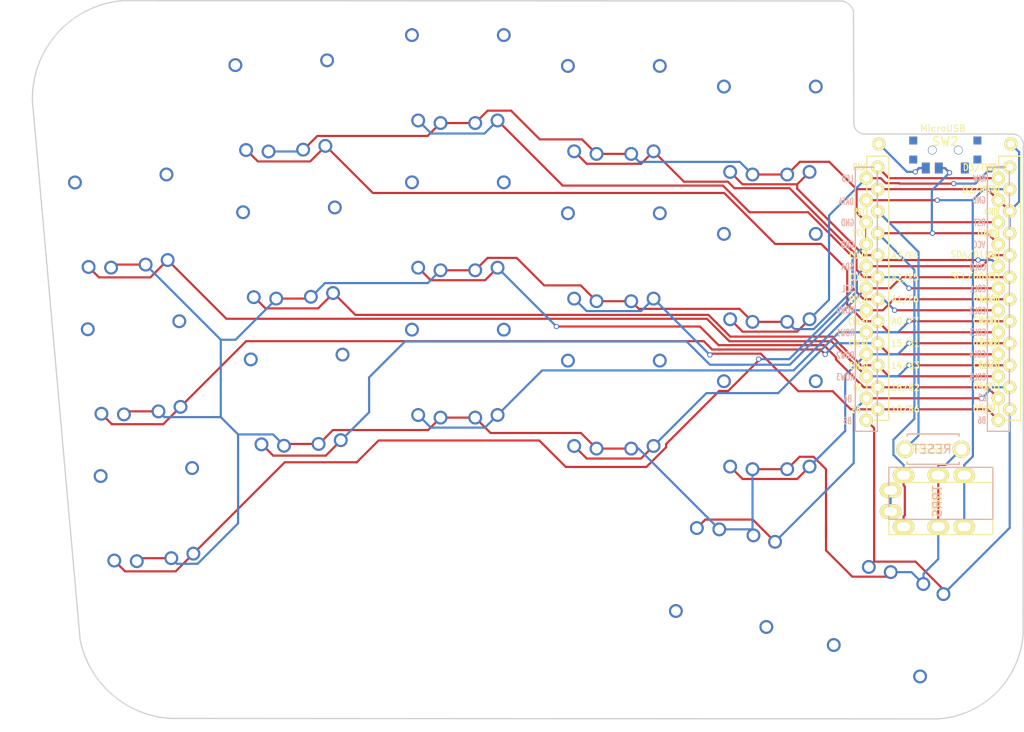
<source format=kicad_pcb>
(kicad_pcb (version 20171130) (host pcbnew "(5.1.6-0-10_14)")

  (general
    (thickness 1.6)
    (drawings 12)
    (tracks 378)
    (zones 0)
    (modules 22)
    (nets 24)
  )

  (page A4)
  (title_block
    (title "Corne Light")
    (date 2018-12-26)
    (rev 2.1)
    (company foostan)
  )

  (layers
    (0 F.Cu signal)
    (31 B.Cu signal)
    (32 B.Adhes user)
    (33 F.Adhes user)
    (34 B.Paste user hide)
    (35 F.Paste user)
    (36 B.SilkS user hide)
    (37 F.SilkS user hide)
    (38 B.Mask user)
    (39 F.Mask user)
    (40 Dwgs.User user)
    (41 Cmts.User user hide)
    (42 Eco1.User user)
    (43 Eco2.User user hide)
    (44 Edge.Cuts user)
    (45 Margin user)
    (46 B.CrtYd user)
    (47 F.CrtYd user)
    (48 B.Fab user hide)
    (49 F.Fab user)
  )

  (setup
    (last_trace_width 0.25)
    (user_trace_width 0.5)
    (trace_clearance 0.2)
    (zone_clearance 0.508)
    (zone_45_only no)
    (trace_min 0.2)
    (via_size 0.6)
    (via_drill 0.4)
    (via_min_size 0.4)
    (via_min_drill 0.3)
    (uvia_size 0.3)
    (uvia_drill 0.1)
    (uvias_allowed no)
    (uvia_min_size 0.2)
    (uvia_min_drill 0.1)
    (edge_width 0.15)
    (segment_width 0.15)
    (pcb_text_width 0.3)
    (pcb_text_size 1.5 1.5)
    (mod_edge_width 0.15)
    (mod_text_size 1 1)
    (mod_text_width 0.15)
    (pad_size 0.9 1.25)
    (pad_drill 0)
    (pad_to_mask_clearance 0.2)
    (aux_axis_origin 145.73 12.66)
    (visible_elements FFFFEFFF)
    (pcbplotparams
      (layerselection 0x010cc_ffffffff)
      (usegerberextensions true)
      (usegerberattributes false)
      (usegerberadvancedattributes false)
      (creategerberjobfile false)
      (excludeedgelayer true)
      (linewidth 0.150000)
      (plotframeref false)
      (viasonmask false)
      (mode 1)
      (useauxorigin false)
      (hpglpennumber 1)
      (hpglpenspeed 20)
      (hpglpendiameter 15.000000)
      (psnegative false)
      (psa4output false)
      (plotreference true)
      (plotvalue true)
      (plotinvisibletext false)
      (padsonsilk false)
      (subtractmaskfromsilk false)
      (outputformat 1)
      (mirror false)
      (drillshape 0)
      (scaleselection 1)
      (outputdirectory "gerber/"))
  )

  (net 0 "")
  (net 1 row0)
  (net 2 row1)
  (net 3 row2)
  (net 4 row3)
  (net 5 "Net-(D20-Pad2)")
  (net 6 GND)
  (net 7 VCC)
  (net 8 col1)
  (net 9 col2)
  (net 10 col3)
  (net 11 col4)
  (net 12 col5)
  (net 13 LED)
  (net 14 data)
  (net 15 reset)
  (net 16 SCL)
  (net 17 SDA)
  (net 18 "Net-(U1-Pad14)")
  (net 19 "Net-(U1-Pad13)")
  (net 20 "Net-(U1-Pad12)")
  (net 21 "Net-(U1-Pad11)")
  (net 22 "Net-(J1-PadA)")
  (net 23 "Net-(U1-Pad24)")

  (net_class Default "これは標準のネット クラスです。"
    (clearance 0.2)
    (trace_width 0.25)
    (via_dia 0.6)
    (via_drill 0.4)
    (uvia_dia 0.3)
    (uvia_drill 0.1)
    (add_net GND)
    (add_net LED)
    (add_net "Net-(D20-Pad2)")
    (add_net "Net-(J1-PadA)")
    (add_net "Net-(U1-Pad11)")
    (add_net "Net-(U1-Pad12)")
    (add_net "Net-(U1-Pad13)")
    (add_net "Net-(U1-Pad14)")
    (add_net "Net-(U1-Pad24)")
    (add_net SCL)
    (add_net SDA)
    (add_net VCC)
    (add_net col1)
    (add_net col2)
    (add_net col3)
    (add_net col4)
    (add_net col5)
    (add_net data)
    (add_net reset)
    (add_net row0)
    (add_net row1)
    (add_net row2)
    (add_net row3)
  )

  (module kbd:ProMicro_v2 (layer F.Cu) (tedit 5F6DC5B6) (tstamp 5C238F3C)
    (at 136.02 49.95)
    (path /5A5E14C2)
    (fp_text reference U1 (at -0.1 -0.05 270) (layer F.SilkS) hide
      (effects (font (size 1 1) (thickness 0.15)))
    )
    (fp_text value ProMicro (at -0.45 -17) (layer F.Fab) hide
      (effects (font (size 1 1) (thickness 0.15)))
    )
    (fp_line (start 6.3864 14.732) (end 6.3864 -15.748) (layer F.SilkS) (width 0.15))
    (fp_line (start 8.9264 14.732) (end 6.3864 14.732) (layer F.SilkS) (width 0.15))
    (fp_line (start 8.9264 -15.748) (end 8.9264 14.732) (layer F.SilkS) (width 0.15))
    (fp_line (start 6.3864 -15.748) (end 8.9264 -15.748) (layer F.SilkS) (width 0.15))
    (fp_line (start -8.8336 14.732) (end -8.8336 -15.748) (layer F.SilkS) (width 0.15))
    (fp_line (start -6.2936 14.732) (end -8.8336 14.732) (layer F.SilkS) (width 0.15))
    (fp_line (start -6.2936 -15.748) (end -6.2936 14.732) (layer F.SilkS) (width 0.15))
    (fp_line (start -8.8336 -15.748) (end -6.2936 -15.748) (layer F.SilkS) (width 0.15))
    (fp_line (start -8.845 14.732) (end -8.845 -18.288) (layer F.Fab) (width 0.15))
    (fp_line (start 8.935 14.732) (end -8.845 14.732) (layer F.Fab) (width 0.15))
    (fp_line (start 8.935 -18.288) (end 8.935 14.732) (layer F.Fab) (width 0.15))
    (fp_line (start -8.845 -18.288) (end 8.935 -18.288) (layer F.Fab) (width 0.15))
    (fp_line (start -10.16 -17.018) (end 7.62 -17.018) (layer F.Fab) (width 0.15))
    (fp_line (start 7.62 -17.018) (end 7.62 16.002) (layer F.Fab) (width 0.15))
    (fp_line (start 7.62 16.002) (end -10.16 16.002) (layer F.Fab) (width 0.15))
    (fp_line (start -10.16 16.002) (end -10.16 -17.018) (layer F.Fab) (width 0.15))
    (fp_line (start 5.08 -14.478) (end 7.62 -14.478) (layer B.SilkS) (width 0.15))
    (fp_line (start 7.62 -14.478) (end 7.62 16.002) (layer B.SilkS) (width 0.15))
    (fp_line (start 7.62 16.002) (end 5.08 16.002) (layer B.SilkS) (width 0.15))
    (fp_line (start 5.08 16.002) (end 5.08 -14.478) (layer B.SilkS) (width 0.15))
    (fp_line (start -10.16 -14.478) (end -7.62 -14.478) (layer B.SilkS) (width 0.15))
    (fp_line (start -7.62 -14.478) (end -7.62 16.002) (layer B.SilkS) (width 0.15))
    (fp_line (start -7.62 16.002) (end -10.16 16.002) (layer B.SilkS) (width 0.15))
    (fp_line (start -10.16 16.002) (end -10.16 -14.478) (layer B.SilkS) (width 0.15))
    (fp_text user MicroUSB (at -0.05 -18.95) (layer F.SilkS)
      (effects (font (size 0.75 0.75) (thickness 0.12)))
    )
    (fp_text user B4/8 (at 4.705 10.8 unlocked) (layer F.SilkS)
      (effects (font (size 0.75 0.67) (thickness 0.125)))
    )
    (fp_text user D2/RX1 (at 4.155 -11.9 unlocked) (layer F.SilkS)
      (effects (font (size 0.75 0.67) (thickness 0.125)))
    )
    (fp_text user B5/9 (at 4.705 13.3 unlocked) (layer F.SilkS)
      (effects (font (size 0.75 0.67) (thickness 0.125)))
    )
    (fp_text user C6/5 (at 4.705 3.15 unlocked) (layer F.SilkS)
      (effects (font (size 0.75 0.67) (thickness 0.125)))
    )
    (fp_text user SCL/D0/3 (at 3.455 -1.9 unlocked) (layer F.SilkS)
      (effects (font (size 0.75 0.67) (thickness 0.125)))
    )
    (fp_text user SDA/D1/2 (at 3.455 -4.4 unlocked) (layer F.SilkS)
      (effects (font (size 0.75 0.67) (thickness 0.125)))
    )
    (fp_text user D4/4 (at 4.705 0.6 unlocked) (layer F.SilkS)
      (effects (font (size 0.75 0.67) (thickness 0.125)))
    )
    (fp_text user D3/TX0 (at 4.155 -14.45 unlocked) (layer F.SilkS)
      (effects (font (size 0.75 0.67) (thickness 0.125)))
    )
    (fp_text user D7/6 (at 4.705 5.7 unlocked) (layer F.SilkS)
      (effects (font (size 0.75 0.67) (thickness 0.125)))
    )
    (fp_text user E6/7 (at 4.705 8.25 unlocked) (layer F.SilkS)
      (effects (font (size 0.75 0.67) (thickness 0.125)))
    )
    (fp_text user 16/B2 (at -4.395 10.95 unlocked) (layer F.SilkS)
      (effects (font (size 0.75 0.67) (thickness 0.125)))
    )
    (fp_text user 10/B6 (at -4.395 13.45 unlocked) (layer F.SilkS)
      (effects (font (size 0.75 0.67) (thickness 0.125)))
    )
    (fp_text user 14/B3 (at -4.395 8.4 unlocked) (layer F.SilkS)
      (effects (font (size 0.75 0.67) (thickness 0.125)))
    )
    (fp_text user 15/B1 (at -4.395 5.85 unlocked) (layer F.SilkS)
      (effects (font (size 0.75 0.67) (thickness 0.125)))
    )
    (fp_text user A0/F7 (at -4.395 3.3 unlocked) (layer F.SilkS)
      (effects (font (size 0.75 0.67) (thickness 0.125)))
    )
    (fp_text user A1/F6 (at -4.395 0.75 unlocked) (layer F.SilkS)
      (effects (font (size 0.75 0.67) (thickness 0.125)))
    )
    (fp_text user A2/F5 (at -4.395 -1.75 unlocked) (layer F.SilkS)
      (effects (font (size 0.75 0.67) (thickness 0.125)))
    )
    (fp_text user A3/F4 (at -4.395 -4.25 unlocked) (layer F.SilkS)
      (effects (font (size 0.75 0.67) (thickness 0.125)))
    )
    (fp_text user "" (at -0.545 -17.4) (layer F.SilkS)
      (effects (font (size 1 1) (thickness 0.15)))
    )
    (fp_text user "" (at -1.2065 -16.256) (layer B.SilkS)
      (effects (font (size 1 1) (thickness 0.15)) (justify mirror))
    )
    (fp_text user RAW (at -9.7155 -14.478) (layer F.SilkS)
      (effects (font (size 0.75 0.5) (thickness 0.125)))
    )
    (fp_text user LED (at 5.5 -14.478) (layer F.SilkS)
      (effects (font (size 0.75 0.5) (thickness 0.125)))
    )
    (fp_text user GND (at 4.955 -6.9) (layer F.SilkS)
      (effects (font (size 0.75 0.67) (thickness 0.125)))
    )
    (fp_text user DATA (at 5.35 -11.95) (layer F.SilkS)
      (effects (font (size 0.75 0.5) (thickness 0.125)))
    )
    (fp_text user RST (at -9.7155 -9.3345) (layer F.SilkS)
      (effects (font (size 0.75 0.5) (thickness 0.125)))
    )
    (fp_text user GND (at 5.5245 -9.3345) (layer F.SilkS)
      (effects (font (size 0.75 0.5) (thickness 0.125)))
    )
    (fp_text user VCC (at -9.7155 -6.858) (layer F.SilkS)
      (effects (font (size 0.75 0.5) (thickness 0.125)))
    )
    (fp_text user GND (at 5.461 -6.7945) (layer F.SilkS)
      (effects (font (size 0.75 0.5) (thickness 0.125)))
    )
    (fp_text user COL3 (at -10 3.35) (layer F.SilkS)
      (effects (font (size 0.75 0.5) (thickness 0.125)))
    )
    (fp_text user ROW0 (at 5.2 0.8) (layer F.SilkS)
      (effects (font (size 0.75 0.5) (thickness 0.125)))
    )
    (fp_text user COL2 (at -9.9 0.762) (layer F.SilkS)
      (effects (font (size 0.75 0.5) (thickness 0.125)))
    )
    (fp_text user SCL (at 5.461 -1.778) (layer F.SilkS)
      (effects (font (size 0.75 0.5) (thickness 0.125)))
    )
    (fp_text user COL1 (at -9.85 -1.778) (layer F.SilkS)
      (effects (font (size 0.75 0.5) (thickness 0.125)))
    )
    (fp_text user SDA (at 5.461 -4.318) (layer F.SilkS)
      (effects (font (size 0.75 0.5) (thickness 0.125)))
    )
    (fp_text user COL0 (at -9.9 -4.3) (layer F.SilkS)
      (effects (font (size 0.75 0.5) (thickness 0.125)))
    )
    (fp_text user B6 (at -10.05 13.5) (layer F.SilkS)
      (effects (font (size 0.75 0.5) (thickness 0.125)))
    )
    (fp_text user B5 (at 5.2 13.5255) (layer F.SilkS)
      (effects (font (size 0.75 0.5) (thickness 0.125)))
    )
    (fp_text user B4 (at 5.2 10.922) (layer F.SilkS)
      (effects (font (size 0.75 0.5) (thickness 0.125)))
    )
    (fp_text user B2 (at -9.95 10.95) (layer F.SilkS)
      (effects (font (size 0.75 0.5) (thickness 0.125)))
    )
    (fp_text user ROW3 (at 5.2 8.4455) (layer F.SilkS)
      (effects (font (size 0.75 0.5) (thickness 0.125)))
    )
    (fp_text user COL5 (at -9.95 8.4455) (layer F.SilkS)
      (effects (font (size 0.75 0.5) (thickness 0.125)))
    )
    (fp_text user ROW2 (at 5.2 5.85) (layer F.SilkS)
      (effects (font (size 0.75 0.5) (thickness 0.125)))
    )
    (fp_text user COL4 (at -9.95 5.85) (layer F.SilkS)
      (effects (font (size 0.75 0.5) (thickness 0.125)))
    )
    (fp_text user ROW1 (at 5.25 3.302) (layer F.SilkS)
      (effects (font (size 0.75 0.5) (thickness 0.125)))
    )
    (fp_text user ROW1 (at -11.3 4.6355) (layer B.SilkS)
      (effects (font (size 0.75 0.5) (thickness 0.125)) (justify mirror))
    )
    (fp_text user COL4 (at 3.95 7.112) (layer B.SilkS)
      (effects (font (size 0.75 0.5) (thickness 0.125)) (justify mirror))
    )
    (fp_text user ROW2 (at -11.3 7.239) (layer B.SilkS)
      (effects (font (size 0.75 0.5) (thickness 0.125)) (justify mirror))
    )
    (fp_text user COL5 (at 4 9.75) (layer B.SilkS)
      (effects (font (size 0.75 0.5) (thickness 0.125)) (justify mirror))
    )
    (fp_text user ROW3 (at -11.3 9.75) (layer B.SilkS)
      (effects (font (size 0.75 0.5) (thickness 0.125)) (justify mirror))
    )
    (fp_text user B2 (at 4.5085 12.1285) (layer B.SilkS)
      (effects (font (size 0.75 0.5) (thickness 0.125)) (justify mirror))
    )
    (fp_text user B4 (at -11.049 12.2555) (layer B.SilkS)
      (effects (font (size 0.75 0.5) (thickness 0.125)) (justify mirror))
    )
    (fp_text user B5 (at -11.049 14.7955) (layer B.SilkS)
      (effects (font (size 0.75 0.5) (thickness 0.125)) (justify mirror))
    )
    (fp_text user B6 (at 4.445 14.732) (layer B.SilkS)
      (effects (font (size 0.75 0.5) (thickness 0.125)) (justify mirror))
    )
    (fp_text user COL0 (at 4 -2.95) (layer B.SilkS)
      (effects (font (size 0.75 0.5) (thickness 0.125)) (justify mirror))
    )
    (fp_text user SDA (at -11.049 -2.9845) (layer B.SilkS)
      (effects (font (size 0.75 0.5) (thickness 0.125)) (justify mirror))
    )
    (fp_text user COL1 (at 4 -0.4445) (layer B.SilkS)
      (effects (font (size 0.75 0.5) (thickness 0.125)) (justify mirror))
    )
    (fp_text user SCL (at -11.049 -0.4445) (layer B.SilkS)
      (effects (font (size 0.75 0.5) (thickness 0.125)) (justify mirror))
    )
    (fp_text user COL2 (at 4 2.1) (layer B.SilkS)
      (effects (font (size 0.75 0.5) (thickness 0.125)) (justify mirror))
    )
    (fp_text user ROW0 (at -11.3 2.032) (layer B.SilkS)
      (effects (font (size 0.75 0.5) (thickness 0.125)) (justify mirror))
    )
    (fp_text user COL3 (at 4 4.6) (layer B.SilkS)
      (effects (font (size 0.75 0.5) (thickness 0.125)) (justify mirror))
    )
    (fp_text user GND (at -11.049 -5.5245) (layer B.SilkS)
      (effects (font (size 0.75 0.5) (thickness 0.125)) (justify mirror))
    )
    (fp_text user VCC (at 4.1275 -5.5245) (layer B.SilkS)
      (effects (font (size 0.75 0.5) (thickness 0.125)) (justify mirror))
    )
    (fp_text user GND (at -11.049 -8.0645) (layer B.SilkS)
      (effects (font (size 0.75 0.5) (thickness 0.125)) (justify mirror))
    )
    (fp_text user RST (at 4.191 -8.0645) (layer B.SilkS)
      (effects (font (size 0.75 0.5) (thickness 0.125)) (justify mirror))
    )
    (fp_text user DATA (at -11.2 -10.5) (layer B.SilkS)
      (effects (font (size 0.75 0.5) (thickness 0.125)) (justify mirror))
    )
    (fp_text user GND (at 4.1275 -10.668) (layer B.SilkS)
      (effects (font (size 0.75 0.5) (thickness 0.125)) (justify mirror))
    )
    (fp_text user LED (at -11.049 -13.1445) (layer B.SilkS)
      (effects (font (size 0.75 0.5) (thickness 0.125)) (justify mirror))
    )
    (fp_text user RAW (at 4.191 -13.1445) (layer B.SilkS)
      (effects (font (size 0.75 0.5) (thickness 0.125)) (justify mirror))
    )
    (pad 24 thru_hole circle (at 6.35 -13.208) (size 1.524 1.524) (drill 0.8128) (layers *.Cu *.Mask F.SilkS)
      (net 23 "Net-(U1-Pad24)"))
    (pad 23 thru_hole circle (at 6.35 -10.668) (size 1.524 1.524) (drill 0.8128) (layers *.Cu *.Mask F.SilkS)
      (net 6 GND))
    (pad 22 thru_hole circle (at 6.35 -8.128) (size 1.524 1.524) (drill 0.8128) (layers *.Cu *.Mask F.SilkS)
      (net 15 reset))
    (pad 21 thru_hole circle (at 6.35 -5.588) (size 1.524 1.524) (drill 0.8128) (layers *.Cu *.Mask F.SilkS)
      (net 7 VCC))
    (pad 20 thru_hole circle (at 6.35 -3.048) (size 1.524 1.524) (drill 0.8128) (layers *.Cu *.Mask F.SilkS)
      (net 5 "Net-(D20-Pad2)"))
    (pad 19 thru_hole circle (at 6.35 -0.508) (size 1.524 1.524) (drill 0.8128) (layers *.Cu *.Mask F.SilkS)
      (net 8 col1))
    (pad 18 thru_hole circle (at 6.35 2.032) (size 1.524 1.524) (drill 0.8128) (layers *.Cu *.Mask F.SilkS)
      (net 9 col2))
    (pad 17 thru_hole circle (at 6.35 4.572) (size 1.524 1.524) (drill 0.8128) (layers *.Cu *.Mask F.SilkS)
      (net 10 col3))
    (pad 16 thru_hole circle (at 6.35 7.112) (size 1.524 1.524) (drill 0.8128) (layers *.Cu *.Mask F.SilkS)
      (net 11 col4))
    (pad 15 thru_hole circle (at 6.35 9.652) (size 1.524 1.524) (drill 0.8128) (layers *.Cu *.Mask F.SilkS)
      (net 12 col5))
    (pad 14 thru_hole circle (at 6.35 12.192) (size 1.524 1.524) (drill 0.8128) (layers *.Cu *.Mask F.SilkS)
      (net 18 "Net-(U1-Pad14)"))
    (pad 13 thru_hole circle (at 6.35 14.732) (size 1.524 1.524) (drill 0.8128) (layers *.Cu *.Mask F.SilkS)
      (net 19 "Net-(U1-Pad13)"))
    (pad 12 thru_hole circle (at -8.89 14.732) (size 1.524 1.524) (drill 0.8128) (layers *.Cu *.Mask F.SilkS)
      (net 20 "Net-(U1-Pad12)"))
    (pad 11 thru_hole circle (at -8.89 12.192) (size 1.524 1.524) (drill 0.8128) (layers *.Cu *.Mask F.SilkS)
      (net 21 "Net-(U1-Pad11)"))
    (pad 10 thru_hole circle (at -8.89 9.652) (size 1.524 1.524) (drill 0.8128) (layers *.Cu *.Mask F.SilkS)
      (net 4 row3))
    (pad 9 thru_hole circle (at -8.89 7.112) (size 1.524 1.524) (drill 0.8128) (layers *.Cu *.Mask F.SilkS)
      (net 3 row2))
    (pad 8 thru_hole circle (at -8.89 4.572) (size 1.524 1.524) (drill 0.8128) (layers *.Cu *.Mask F.SilkS)
      (net 2 row1))
    (pad 7 thru_hole circle (at -8.89 2.032) (size 1.524 1.524) (drill 0.8128) (layers *.Cu *.Mask F.SilkS)
      (net 1 row0))
    (pad 6 thru_hole circle (at -8.89 -0.508) (size 1.524 1.524) (drill 0.8128) (layers *.Cu *.Mask F.SilkS)
      (net 16 SCL))
    (pad 5 thru_hole circle (at -8.89 -3.048) (size 1.524 1.524) (drill 0.8128) (layers *.Cu *.Mask F.SilkS)
      (net 17 SDA))
    (pad 4 thru_hole circle (at -8.89 -5.588) (size 1.524 1.524) (drill 0.8128) (layers *.Cu *.Mask F.SilkS)
      (net 6 GND))
    (pad 3 thru_hole circle (at -8.89 -8.128) (size 1.524 1.524) (drill 0.8128) (layers *.Cu *.Mask F.SilkS)
      (net 6 GND))
    (pad 2 thru_hole circle (at -8.89 -10.668) (size 1.524 1.524) (drill 0.8128) (layers *.Cu *.Mask F.SilkS)
      (net 14 data))
    (pad 1 thru_hole circle (at -8.89 -13.208) (size 1.524 1.524) (drill 0.8128) (layers *.Cu *.Mask F.SilkS)
      (net 13 LED))
    (pad 1 thru_hole circle (at 7.6564 -14.478) (size 1.524 1.524) (drill 0.8128) (layers *.Cu *.Mask F.SilkS)
      (net 13 LED))
    (pad 2 thru_hole circle (at 7.6564 -11.938) (size 1.524 1.524) (drill 0.8128) (layers *.Cu *.Mask F.SilkS)
      (net 14 data))
    (pad 3 thru_hole circle (at 7.6564 -9.398) (size 1.524 1.524) (drill 0.8128) (layers *.Cu *.Mask F.SilkS)
      (net 6 GND))
    (pad 4 thru_hole circle (at 7.6564 -6.858) (size 1.524 1.524) (drill 0.8128) (layers *.Cu *.Mask F.SilkS)
      (net 6 GND))
    (pad 5 thru_hole circle (at 7.6564 -4.318) (size 1.524 1.524) (drill 0.8128) (layers *.Cu *.Mask F.SilkS)
      (net 17 SDA))
    (pad 6 thru_hole circle (at 7.6564 -1.778) (size 1.524 1.524) (drill 0.8128) (layers *.Cu *.Mask F.SilkS)
      (net 16 SCL))
    (pad 7 thru_hole circle (at 7.6564 0.762) (size 1.524 1.524) (drill 0.8128) (layers *.Cu *.Mask F.SilkS)
      (net 1 row0))
    (pad 8 thru_hole circle (at 7.6564 3.302) (size 1.524 1.524) (drill 0.8128) (layers *.Cu *.Mask F.SilkS)
      (net 2 row1))
    (pad 9 thru_hole circle (at 7.6564 5.842) (size 1.524 1.524) (drill 0.8128) (layers *.Cu *.Mask F.SilkS)
      (net 3 row2))
    (pad 10 thru_hole circle (at 7.6564 8.382) (size 1.524 1.524) (drill 0.8128) (layers *.Cu *.Mask F.SilkS)
      (net 4 row3))
    (pad 11 thru_hole circle (at 7.6564 10.922) (size 1.524 1.524) (drill 0.8128) (layers *.Cu *.Mask F.SilkS)
      (net 21 "Net-(U1-Pad11)"))
    (pad 12 thru_hole circle (at 7.6564 13.462) (size 1.524 1.524) (drill 0.8128) (layers *.Cu *.Mask F.SilkS)
      (net 20 "Net-(U1-Pad12)"))
    (pad 13 thru_hole circle (at -7.5636 13.462) (size 1.524 1.524) (drill 0.8128) (layers *.Cu *.Mask F.SilkS)
      (net 19 "Net-(U1-Pad13)"))
    (pad 14 thru_hole circle (at -7.5636 10.922) (size 1.524 1.524) (drill 0.8128) (layers *.Cu *.Mask F.SilkS)
      (net 18 "Net-(U1-Pad14)"))
    (pad 15 thru_hole circle (at -7.5636 8.382) (size 1.524 1.524) (drill 0.8128) (layers *.Cu *.Mask F.SilkS)
      (net 12 col5))
    (pad 16 thru_hole circle (at -7.5636 5.842) (size 1.524 1.524) (drill 0.8128) (layers *.Cu *.Mask F.SilkS)
      (net 11 col4))
    (pad 17 thru_hole circle (at -7.5636 3.302) (size 1.524 1.524) (drill 0.8128) (layers *.Cu *.Mask F.SilkS)
      (net 10 col3))
    (pad 18 thru_hole circle (at -7.5636 0.762) (size 1.524 1.524) (drill 0.8128) (layers *.Cu *.Mask F.SilkS)
      (net 9 col2))
    (pad 19 thru_hole circle (at -7.5636 -1.778) (size 1.524 1.524) (drill 0.8128) (layers *.Cu *.Mask F.SilkS)
      (net 8 col1))
    (pad 20 thru_hole circle (at -7.5636 -4.318) (size 1.524 1.524) (drill 0.8128) (layers *.Cu *.Mask F.SilkS)
      (net 5 "Net-(D20-Pad2)"))
    (pad 21 thru_hole circle (at -7.5636 -6.858) (size 1.524 1.524) (drill 0.8128) (layers *.Cu *.Mask F.SilkS)
      (net 7 VCC))
    (pad 22 thru_hole circle (at -7.5636 -9.398) (size 1.524 1.524) (drill 0.8128) (layers *.Cu *.Mask F.SilkS)
      (net 15 reset))
    (pad 23 thru_hole circle (at -7.5636 -11.938) (size 1.524 1.524) (drill 0.8128) (layers *.Cu *.Mask F.SilkS)
      (net 6 GND))
    (pad 24 thru_hole circle (at -7.5636 -14.478) (size 1.524 1.524) (drill 0.8128) (layers *.Cu *.Mask F.SilkS)
      (net 23 "Net-(U1-Pad24)"))
    (pad 1 thru_hole circle (at 7.7964 -17.158) (size 1.524 1.524) (drill 0.8128) (layers *.Cu *.Mask F.SilkS)
      (net 6 GND))
    (pad 24 thru_hole circle (at -7.4236 -17.158) (size 1.524 1.524) (drill 0.8128) (layers *.Cu *.Mask F.SilkS))
  )

  (module Kailh:SPDT_C128955r (layer F.Cu) (tedit 5F6DC6E3) (tstamp 5F6DD785)
    (at 136.25 33.5)
    (fp_text reference SW2 (at 0 -1) (layer F.SilkS)
      (effects (font (size 1 1) (thickness 0.15)))
    )
    (fp_text value SW_SPDT (at -0.05 -4.7) (layer F.Fab)
      (effects (font (size 1 1) (thickness 0.15)))
    )
    (fp_line (start 0 -1.35) (end 3.3 -1.35) (layer F.Fab) (width 0.15))
    (fp_line (start 3.3 1.5) (end 3.3 -1.35) (layer F.Fab) (width 0.15))
    (fp_line (start -3.3 1.5) (end 3.3 1.5) (layer F.Fab) (width 0.15))
    (fp_line (start -3.3 -1.35) (end -3.3 1.5) (layer F.Fab) (width 0.15))
    (fp_line (start 0 -1.35) (end -3.3 -1.35) (layer F.Fab) (width 0.15))
    (fp_line (start -1.95 -3.85) (end 0 -3.85) (layer F.Fab) (width 0.15))
    (fp_line (start -1.95 -1.35) (end -1.95 -3.85) (layer F.Fab) (width 0.15))
    (fp_line (start 1.95 -1.35) (end -1.95 -1.35) (layer F.Fab) (width 0.15))
    (fp_line (start 1.9 -3.85) (end 1.95 -1.35) (layer F.Fab) (width 0.15))
    (fp_line (start 0 -3.85) (end 1.9 -3.85) (layer F.Fab) (width 0.15))
    (pad 2 smd rect (at -0.75 2.075) (size 0.9 1.25) (layers B.Cu F.Paste F.Mask)
      (net 7 VCC))
    (pad 3 smd rect (at -2.25 2.075) (size 0.9 1.25) (layers B.Cu F.Paste F.Mask))
    (pad 1 smd rect (at 2.25 2.075) (size 0.9 1.25) (layers B.Cu F.Paste F.Mask))
    (pad 0 smd rect (at 3.7 -1.1) (size 0.9 0.9) (layers B.Cu F.Paste F.Mask))
    (pad 0 smd rect (at 3.7 1.1) (size 0.9 0.9) (layers B.Cu F.Paste F.Mask))
    (pad 0 smd rect (at -3.7 1.1) (size 0.9 0.9) (layers F.Cu F.Paste F.Mask))
    (pad 0 smd rect (at -3.7 -1.1) (size 0.9 0.9) (layers F.Cu F.Paste F.Mask))
  )

  (module Kailh:SPDT_C128955 (layer F.Cu) (tedit 5F6DC6B0) (tstamp 5F6DCFB4)
    (at 136.24 33.5)
    (fp_text reference SW2 (at 0 -1) (layer F.SilkS)
      (effects (font (size 1 1) (thickness 0.15)))
    )
    (fp_text value SW_SPDT (at -0.05 -4.7) (layer F.Fab)
      (effects (font (size 1 1) (thickness 0.15)))
    )
    (fp_line (start 0 -1.35) (end 3.3 -1.35) (layer F.Fab) (width 0.15))
    (fp_line (start 3.3 1.5) (end 3.3 -1.35) (layer F.Fab) (width 0.15))
    (fp_line (start -3.3 1.5) (end 3.3 1.5) (layer F.Fab) (width 0.15))
    (fp_line (start -3.3 -1.35) (end -3.3 1.5) (layer F.Fab) (width 0.15))
    (fp_line (start 0 -1.35) (end -3.3 -1.35) (layer F.Fab) (width 0.15))
    (fp_line (start -1.95 -3.85) (end 0 -3.85) (layer F.Fab) (width 0.15))
    (fp_line (start -1.95 -1.35) (end -1.95 -3.85) (layer F.Fab) (width 0.15))
    (fp_line (start 1.95 -1.35) (end -1.95 -1.35) (layer F.Fab) (width 0.15))
    (fp_line (start 1.9 -3.85) (end 1.95 -1.35) (layer F.Fab) (width 0.15))
    (fp_line (start 0 -3.85) (end 1.9 -3.85) (layer F.Fab) (width 0.15))
    (pad 0 smd rect (at -3.7 -1.1) (size 0.9 0.9) (layers B.Cu F.Paste F.Mask))
    (pad 0 smd rect (at -3.7 1.1) (size 0.9 0.9) (layers B.Cu F.Paste F.Mask))
    (pad 0 smd rect (at 3.7 1.1) (size 0.9 0.9) (layers F.Cu F.Paste F.Mask))
    (pad 0 smd rect (at 3.7 -1.1) (size 0.9 0.9) (layers F.Cu F.Paste F.Mask))
    (pad 1 smd rect (at 2.25 2.075) (size 0.9 1.25) (layers F.Cu F.Paste F.Mask))
    (pad 3 smd rect (at -2.25 2.075) (size 0.9 1.25) (layers F.Cu F.Paste F.Mask))
    (pad 2 smd rect (at -0.75 2.075) (size 0.9 1.25) (layers F.Cu F.Paste F.Mask)
      (net 7 VCC))
    (pad "" np_thru_hole circle (at -1.5 0) (size 1 1) (drill 0.9) (layers *.Cu *.Mask))
    (pad "" np_thru_hole circle (at 1.5 0) (size 1 1) (drill 0.9) (layers *.Cu *.Mask))
  )

  (module Kailh:Kailh_PG1232 (layer B.Cu) (tedit 5E1ADAC2) (tstamp 5EBA60B1)
    (at 111.2 82.93 350)
    (path /5A5E37A4)
    (fp_text reference SW20 (at 4.600001 -6 170) (layer Dwgs.User) hide
      (effects (font (size 1 1) (thickness 0.15)))
    )
    (fp_text value SW_PUSH (at -0.5 -5.999999 170) (layer Dwgs.User) hide
      (effects (font (size 1 1) (thickness 0.15)))
    )
    (fp_line (start 9 8.5) (end -9 8.5) (layer Dwgs.User) (width 0.12))
    (fp_line (start 9 -8.5) (end 9 8.5) (layer Dwgs.User) (width 0.12))
    (fp_line (start -9 -8.5) (end 9 -8.5) (layer Dwgs.User) (width 0.12))
    (fp_line (start -9 8.5) (end -9 -8.5) (layer Dwgs.User) (width 0.12))
    (fp_line (start 2.25 -2.95) (end 5.95 -2.95) (layer Dwgs.User) (width 0.12))
    (fp_line (start -2.25 -2.95) (end -5.95 -2.95) (layer Dwgs.User) (width 0.12))
    (fp_line (start 2.25 -4) (end 2.25 -2.95) (layer Dwgs.User) (width 0.12))
    (fp_line (start -2.25 -4) (end 2.25 -4) (layer Dwgs.User) (width 0.12))
    (fp_line (start -2.25 -2.95) (end -2.25 -4) (layer Dwgs.User) (width 0.12))
    (fp_line (start -6.75 -6.25) (end -6.75 6.25) (layer Dwgs.User) (width 0.12))
    (fp_line (start 6.75 -6.25) (end -6.75 -6.25) (layer Dwgs.User) (width 0.12))
    (fp_line (start 6.75 6.25) (end 6.75 -6.25) (layer Dwgs.User) (width 0.12))
    (fp_line (start -6.75 6.25) (end 6.75 6.25) (layer Dwgs.User) (width 0.12))
    (fp_line (start -5.95 -2.95) (end -5.95 2.95) (layer Dwgs.User) (width 0.12))
    (fp_line (start 5.95 2.95) (end 5.95 -2.95) (layer Dwgs.User) (width 0.12))
    (fp_line (start -5.95 2.95) (end 5.95 2.95) (layer Dwgs.User) (width 0.12))
    (fp_text user %V (at 0 -8.255 170) (layer F.Fab)
      (effects (font (size 1 1) (thickness 0.15)))
    )
    (fp_text user %R (at 0 0 170) (layer B.Fab)
      (effects (font (size 1 1) (thickness 0.15)) (justify mirror))
    )
    (fp_text user "CPG1232 - 12.7x13.7 plate cutout" (at 0 7.7 170) (layer Cmts.User)
      (effects (font (size 1 1) (thickness 0.15)))
    )
    (pad "" np_thru_hole oval (at 0 -3.5 350) (size 4.7 1) (drill oval 4.7 1) (layers *.Cu *.Mask))
    (pad "" np_thru_hole oval (at -2.2 -3.5 260) (size 1.2 0.3) (drill oval 1.2 0.3) (layers *.Cu *.Mask))
    (pad "" np_thru_hole oval (at 2.2 -3.5 260) (size 1.2 0.3) (drill oval 1.2 0.3) (layers *.Cu *.Mask))
    (pad "" np_thru_hole oval (at 0 -3.95 350) (size 4.7 0.3) (drill oval 4.7 0.3) (layers *.Cu *.Mask))
    (pad "" np_thru_hole oval (at 5.36 0 350) (size 1 5.9) (drill oval 1 5.9) (layers *.Cu *.Mask))
    (pad "" np_thru_hole oval (at 4.59 0 350) (size 1 5.9) (drill oval 1 5.9) (layers *.Cu *.Mask))
    (pad "" np_thru_hole oval (at 4.2 0 350) (size 1 5.9) (drill oval 1 5.9) (layers *.Cu *.Mask))
    (pad "" np_thru_hole oval (at -4.2 0 350) (size 1 5.9) (drill oval 1 5.9) (layers *.Cu *.Mask))
    (pad "" np_thru_hole oval (at -4.59 0 350) (size 1 5.9) (drill oval 1 5.9) (layers *.Cu *.Mask))
    (pad "" np_thru_hole oval (at -5.9 0 260) (size 6.1 0.3) (drill oval 6.1 0.3) (layers *.Cu *.Mask))
    (pad "" np_thru_hole oval (at 5.9 0 260) (size 6.1 0.3) (drill oval 6.1 0.3) (layers *.Cu *.Mask))
    (pad "" np_thru_hole oval (at 0 -2.9 350) (size 12.1 0.3) (drill oval 12.1 0.3) (layers *.Cu *.Mask))
    (pad "" np_thru_hole oval (at 0 2.9 350) (size 12.1 0.3) (drill oval 12.1 0.3) (layers *.Cu *.Mask))
    (pad "" np_thru_hole oval (at -5.36 0 350) (size 1 5.9) (drill oval 1 5.9) (layers *.Cu *.Mask))
    (pad "" np_thru_hole oval (at 0 0 350) (size 11.85 5.9) (drill oval 11.85 5.9) (layers *.Cu *.Mask))
    (pad 1 thru_hole circle (at 4.58 -5.1 350) (size 1.6 1.6) (drill 1.1) (layers *.Cu *.Mask)
      (net 21 "Net-(U1-Pad11)") (clearance 0.2))
    (pad 2 thru_hole circle (at -2 -5.4 350) (size 1.6 1.6) (drill 1.1) (layers *.Cu *.Mask)
      (net 6 GND) (clearance 0.2))
    (pad 1 thru_hole circle (at -4.58 -5.1 350) (size 1.6 1.6) (drill 1.1) (layers *.Cu *.Mask)
      (net 21 "Net-(U1-Pad11)") (clearance 0.2))
    (pad 2 thru_hole circle (at 2 -5.4 350) (size 1.6 1.6) (drill 1.1) (layers *.Cu *.Mask)
      (net 6 GND) (clearance 0.2))
    (pad 3 thru_hole circle (at 5.3 4.75 350) (size 1.6 1.6) (drill 1.1) (layers *.Cu *.Mask)
      (clearance 0.2))
    (pad 4 thru_hole circle (at -5.3 4.75 350) (size 1.6 1.6) (drill 1.1) (layers *.Cu *.Mask)
      (clearance 0.2))
  )

  (module Kailh:Kailh_PG1232 (layer F.Cu) (tedit 5E1ADAC2) (tstamp 5C23880A)
    (at 116 64.92)
    (path /5A5E35D5)
    (fp_text reference SW18 (at 4.6 6 180) (layer Dwgs.User) hide
      (effects (font (size 1 1) (thickness 0.15)))
    )
    (fp_text value SW_PUSH (at -0.5 6 180) (layer Dwgs.User) hide
      (effects (font (size 1 1) (thickness 0.15)))
    )
    (fp_line (start 9 -8.5) (end -9 -8.5) (layer Dwgs.User) (width 0.12))
    (fp_line (start 9 8.5) (end 9 -8.5) (layer Dwgs.User) (width 0.12))
    (fp_line (start -9 8.5) (end 9 8.5) (layer Dwgs.User) (width 0.12))
    (fp_line (start -9 -8.5) (end -9 8.5) (layer Dwgs.User) (width 0.12))
    (fp_line (start 2.25 2.95) (end 5.95 2.95) (layer Dwgs.User) (width 0.12))
    (fp_line (start -2.25 2.95) (end -5.95 2.95) (layer Dwgs.User) (width 0.12))
    (fp_line (start 2.25 4) (end 2.25 2.95) (layer Dwgs.User) (width 0.12))
    (fp_line (start -2.25 4) (end 2.25 4) (layer Dwgs.User) (width 0.12))
    (fp_line (start -2.25 2.95) (end -2.25 4) (layer Dwgs.User) (width 0.12))
    (fp_line (start -6.75 6.25) (end -6.75 -6.25) (layer Dwgs.User) (width 0.12))
    (fp_line (start 6.75 6.25) (end -6.75 6.25) (layer Dwgs.User) (width 0.12))
    (fp_line (start 6.75 -6.25) (end 6.75 6.25) (layer Dwgs.User) (width 0.12))
    (fp_line (start -6.75 -6.25) (end 6.75 -6.25) (layer Dwgs.User) (width 0.12))
    (fp_line (start -5.95 2.95) (end -5.95 -2.95) (layer Dwgs.User) (width 0.12))
    (fp_line (start 5.95 -2.95) (end 5.95 2.95) (layer Dwgs.User) (width 0.12))
    (fp_line (start -5.95 -2.95) (end 5.95 -2.95) (layer Dwgs.User) (width 0.12))
    (fp_text user %V (at 0 8.255) (layer B.Fab)
      (effects (font (size 1 1) (thickness 0.15)) (justify mirror))
    )
    (fp_text user %R (at 0 0) (layer F.Fab)
      (effects (font (size 1 1) (thickness 0.15)))
    )
    (fp_text user "CPG1232 - 12.7x13.7 plate cutout" (at 0 -7.7) (layer Cmts.User)
      (effects (font (size 1 1) (thickness 0.15)))
    )
    (pad "" np_thru_hole oval (at 0 3.5) (size 4.7 1) (drill oval 4.7 1) (layers *.Cu *.Mask))
    (pad "" np_thru_hole oval (at -2.2 3.5 90) (size 1.2 0.3) (drill oval 1.2 0.3) (layers *.Cu *.Mask))
    (pad "" np_thru_hole oval (at 2.2 3.5 90) (size 1.2 0.3) (drill oval 1.2 0.3) (layers *.Cu *.Mask))
    (pad "" np_thru_hole oval (at 0 3.95) (size 4.7 0.3) (drill oval 4.7 0.3) (layers *.Cu *.Mask))
    (pad "" np_thru_hole oval (at 5.36 0) (size 1 5.9) (drill oval 1 5.9) (layers *.Cu *.Mask))
    (pad "" np_thru_hole oval (at 4.59 0) (size 1 5.9) (drill oval 1 5.9) (layers *.Cu *.Mask))
    (pad "" np_thru_hole oval (at 4.2 0) (size 1 5.9) (drill oval 1 5.9) (layers *.Cu *.Mask))
    (pad "" np_thru_hole oval (at -4.2 0) (size 1 5.9) (drill oval 1 5.9) (layers *.Cu *.Mask))
    (pad "" np_thru_hole oval (at -4.59 0) (size 1 5.9) (drill oval 1 5.9) (layers *.Cu *.Mask))
    (pad "" np_thru_hole oval (at -5.9 0 90) (size 6.1 0.3) (drill oval 6.1 0.3) (layers *.Cu *.Mask))
    (pad "" np_thru_hole oval (at 5.9 0 90) (size 6.1 0.3) (drill oval 6.1 0.3) (layers *.Cu *.Mask))
    (pad "" np_thru_hole oval (at 0 2.9) (size 12.1 0.3) (drill oval 12.1 0.3) (layers *.Cu *.Mask))
    (pad "" np_thru_hole oval (at 0 -2.9) (size 12.1 0.3) (drill oval 12.1 0.3) (layers *.Cu *.Mask))
    (pad "" np_thru_hole oval (at -5.36 0) (size 1 5.9) (drill oval 1 5.9) (layers *.Cu *.Mask))
    (pad "" np_thru_hole oval (at 0 0) (size 11.85 5.9) (drill oval 11.85 5.9) (layers *.Cu *.Mask))
    (pad 1 thru_hole circle (at 4.58 5.1) (size 1.6 1.6) (drill 1.1) (layers *.Cu *.Mask)
      (net 3 row2) (clearance 0.2))
    (pad 2 thru_hole circle (at -2 5.4) (size 1.6 1.6) (drill 1.1) (layers *.Cu *.Mask)
      (net 6 GND) (clearance 0.2))
    (pad 1 thru_hole circle (at -4.58 5.1) (size 1.6 1.6) (drill 1.1) (layers *.Cu *.Mask)
      (net 3 row2) (clearance 0.2))
    (pad 2 thru_hole circle (at 2 5.4) (size 1.6 1.6) (drill 1.1) (layers *.Cu *.Mask)
      (net 6 GND) (clearance 0.2))
    (pad 3 thru_hole circle (at 5.3 -4.75) (size 1.6 1.6) (drill 1.1) (layers *.Cu *.Mask)
      (clearance 0.2))
    (pad 4 thru_hole circle (at -5.3 -4.75) (size 1.6 1.6) (drill 1.1) (layers *.Cu *.Mask)
      (clearance 0.2))
  )

  (module Kailh:Kailh_PG1232 (layer B.Cu) (tedit 5E1ADAC2) (tstamp 5EBA613E)
    (at 129.98 87.96 340)
    (path /5A5E37B0)
    (fp_text reference SW21 (at 4.6 -6 340) (layer Dwgs.User) hide
      (effects (font (size 1 1) (thickness 0.15)))
    )
    (fp_text value SW_PUSH (at -0.5 -6 340) (layer Dwgs.User) hide
      (effects (font (size 1 1) (thickness 0.15)))
    )
    (fp_line (start 9 8.5) (end -9 8.5) (layer Dwgs.User) (width 0.12))
    (fp_line (start 9 -8.5) (end 9 8.5) (layer Dwgs.User) (width 0.12))
    (fp_line (start -9 -8.5) (end 9 -8.5) (layer Dwgs.User) (width 0.12))
    (fp_line (start -9 8.5) (end -9 -8.5) (layer Dwgs.User) (width 0.12))
    (fp_line (start 2.25 -2.95) (end 5.95 -2.95) (layer Dwgs.User) (width 0.12))
    (fp_line (start -2.25 -2.95) (end -5.95 -2.95) (layer Dwgs.User) (width 0.12))
    (fp_line (start 2.25 -4) (end 2.25 -2.95) (layer Dwgs.User) (width 0.12))
    (fp_line (start -2.25 -4) (end 2.25 -4) (layer Dwgs.User) (width 0.12))
    (fp_line (start -2.25 -2.95) (end -2.25 -4) (layer Dwgs.User) (width 0.12))
    (fp_line (start -6.75 -6.25) (end -6.75 6.25) (layer Dwgs.User) (width 0.12))
    (fp_line (start 6.75 -6.25) (end -6.75 -6.25) (layer Dwgs.User) (width 0.12))
    (fp_line (start 6.75 6.25) (end 6.75 -6.25) (layer Dwgs.User) (width 0.12))
    (fp_line (start -6.75 6.25) (end 6.75 6.25) (layer Dwgs.User) (width 0.12))
    (fp_line (start -5.95 -2.95) (end -5.95 2.95) (layer Dwgs.User) (width 0.12))
    (fp_line (start 5.95 2.95) (end 5.95 -2.95) (layer Dwgs.User) (width 0.12))
    (fp_line (start -5.95 2.95) (end 5.95 2.95) (layer Dwgs.User) (width 0.12))
    (fp_text user %V (at -0.000001 -8.255 160) (layer F.Fab)
      (effects (font (size 1 1) (thickness 0.15)))
    )
    (fp_text user %R (at 0 0 160) (layer B.Fab)
      (effects (font (size 1 1) (thickness 0.15)) (justify mirror))
    )
    (fp_text user "CPG1232 - 12.7x13.7 plate cutout" (at 0 7.7 160) (layer Cmts.User)
      (effects (font (size 1 1) (thickness 0.15)))
    )
    (pad "" np_thru_hole oval (at 0 -3.5 340) (size 4.7 1) (drill oval 4.7 1) (layers *.Cu *.Mask))
    (pad "" np_thru_hole oval (at -2.2 -3.5 250) (size 1.2 0.3) (drill oval 1.2 0.3) (layers *.Cu *.Mask))
    (pad "" np_thru_hole oval (at 2.2 -3.5 250) (size 1.2 0.3) (drill oval 1.2 0.3) (layers *.Cu *.Mask))
    (pad "" np_thru_hole oval (at 0 -3.95 340) (size 4.7 0.3) (drill oval 4.7 0.3) (layers *.Cu *.Mask))
    (pad "" np_thru_hole oval (at 5.36 0 340) (size 1 5.9) (drill oval 1 5.9) (layers *.Cu *.Mask))
    (pad "" np_thru_hole oval (at 4.59 0 340) (size 1 5.9) (drill oval 1 5.9) (layers *.Cu *.Mask))
    (pad "" np_thru_hole oval (at 4.2 0 340) (size 1 5.9) (drill oval 1 5.9) (layers *.Cu *.Mask))
    (pad "" np_thru_hole oval (at -4.2 0 340) (size 1 5.9) (drill oval 1 5.9) (layers *.Cu *.Mask))
    (pad "" np_thru_hole oval (at -4.59 0 340) (size 1 5.9) (drill oval 1 5.9) (layers *.Cu *.Mask))
    (pad "" np_thru_hole oval (at -5.9 0 250) (size 6.1 0.3) (drill oval 6.1 0.3) (layers *.Cu *.Mask))
    (pad "" np_thru_hole oval (at 5.9 0 250) (size 6.1 0.3) (drill oval 6.1 0.3) (layers *.Cu *.Mask))
    (pad "" np_thru_hole oval (at 0 -2.9 340) (size 12.1 0.3) (drill oval 12.1 0.3) (layers *.Cu *.Mask))
    (pad "" np_thru_hole oval (at 0 2.9 340) (size 12.1 0.3) (drill oval 12.1 0.3) (layers *.Cu *.Mask))
    (pad "" np_thru_hole oval (at -5.36 0 340) (size 1 5.9) (drill oval 1 5.9) (layers *.Cu *.Mask))
    (pad "" np_thru_hole oval (at 0 0 340) (size 11.85 5.9) (drill oval 11.85 5.9) (layers *.Cu *.Mask))
    (pad 1 thru_hole circle (at 4.58 -5.1 340) (size 1.6 1.6) (drill 1.1) (layers *.Cu *.Mask)
      (net 20 "Net-(U1-Pad12)") (clearance 0.2))
    (pad 2 thru_hole circle (at -2 -5.4 340) (size 1.6 1.6) (drill 1.1) (layers *.Cu *.Mask)
      (net 6 GND) (clearance 0.2))
    (pad 1 thru_hole circle (at -4.58 -5.1 340) (size 1.6 1.6) (drill 1.1) (layers *.Cu *.Mask)
      (net 20 "Net-(U1-Pad12)") (clearance 0.2))
    (pad 2 thru_hole circle (at 2 -5.4 340) (size 1.6 1.6) (drill 1.1) (layers *.Cu *.Mask)
      (net 6 GND) (clearance 0.2))
    (pad 3 thru_hole circle (at 5.3 4.75 340) (size 1.6 1.6) (drill 1.1) (layers *.Cu *.Mask)
      (clearance 0.2))
    (pad 4 thru_hole circle (at -5.3 4.75 340) (size 1.6 1.6) (drill 1.1) (layers *.Cu *.Mask)
      (clearance 0.2))
  )

  (module Kailh:Kailh_PG1232 (layer F.Cu) (tedit 5E1ADAC2) (tstamp 5C2387F4)
    (at 98 62.545)
    (path /5A5E35CF)
    (fp_text reference SW17 (at 4.6 6 180) (layer Dwgs.User) hide
      (effects (font (size 1 1) (thickness 0.15)))
    )
    (fp_text value SW_PUSH (at -0.5 6 180) (layer Dwgs.User) hide
      (effects (font (size 1 1) (thickness 0.15)))
    )
    (fp_line (start 9 -8.5) (end -9 -8.5) (layer Dwgs.User) (width 0.12))
    (fp_line (start 9 8.5) (end 9 -8.5) (layer Dwgs.User) (width 0.12))
    (fp_line (start -9 8.5) (end 9 8.5) (layer Dwgs.User) (width 0.12))
    (fp_line (start -9 -8.5) (end -9 8.5) (layer Dwgs.User) (width 0.12))
    (fp_line (start 2.25 2.95) (end 5.95 2.95) (layer Dwgs.User) (width 0.12))
    (fp_line (start -2.25 2.95) (end -5.95 2.95) (layer Dwgs.User) (width 0.12))
    (fp_line (start 2.25 4) (end 2.25 2.95) (layer Dwgs.User) (width 0.12))
    (fp_line (start -2.25 4) (end 2.25 4) (layer Dwgs.User) (width 0.12))
    (fp_line (start -2.25 2.95) (end -2.25 4) (layer Dwgs.User) (width 0.12))
    (fp_line (start -6.75 6.25) (end -6.75 -6.25) (layer Dwgs.User) (width 0.12))
    (fp_line (start 6.75 6.25) (end -6.75 6.25) (layer Dwgs.User) (width 0.12))
    (fp_line (start 6.75 -6.25) (end 6.75 6.25) (layer Dwgs.User) (width 0.12))
    (fp_line (start -6.75 -6.25) (end 6.75 -6.25) (layer Dwgs.User) (width 0.12))
    (fp_line (start -5.95 2.95) (end -5.95 -2.95) (layer Dwgs.User) (width 0.12))
    (fp_line (start 5.95 -2.95) (end 5.95 2.95) (layer Dwgs.User) (width 0.12))
    (fp_line (start -5.95 -2.95) (end 5.95 -2.95) (layer Dwgs.User) (width 0.12))
    (fp_text user %V (at 0 8.255) (layer B.Fab)
      (effects (font (size 1 1) (thickness 0.15)) (justify mirror))
    )
    (fp_text user %R (at 0 0) (layer F.Fab)
      (effects (font (size 1 1) (thickness 0.15)))
    )
    (fp_text user "CPG1232 - 12.7x13.7 plate cutout" (at 0 -7.7) (layer Cmts.User)
      (effects (font (size 1 1) (thickness 0.15)))
    )
    (pad "" np_thru_hole oval (at 0 3.5) (size 4.7 1) (drill oval 4.7 1) (layers *.Cu *.Mask))
    (pad "" np_thru_hole oval (at -2.2 3.5 90) (size 1.2 0.3) (drill oval 1.2 0.3) (layers *.Cu *.Mask))
    (pad "" np_thru_hole oval (at 2.2 3.5 90) (size 1.2 0.3) (drill oval 1.2 0.3) (layers *.Cu *.Mask))
    (pad "" np_thru_hole oval (at 0 3.95) (size 4.7 0.3) (drill oval 4.7 0.3) (layers *.Cu *.Mask))
    (pad "" np_thru_hole oval (at 5.36 0) (size 1 5.9) (drill oval 1 5.9) (layers *.Cu *.Mask))
    (pad "" np_thru_hole oval (at 4.59 0) (size 1 5.9) (drill oval 1 5.9) (layers *.Cu *.Mask))
    (pad "" np_thru_hole oval (at 4.2 0) (size 1 5.9) (drill oval 1 5.9) (layers *.Cu *.Mask))
    (pad "" np_thru_hole oval (at -4.2 0) (size 1 5.9) (drill oval 1 5.9) (layers *.Cu *.Mask))
    (pad "" np_thru_hole oval (at -4.59 0) (size 1 5.9) (drill oval 1 5.9) (layers *.Cu *.Mask))
    (pad "" np_thru_hole oval (at -5.9 0 90) (size 6.1 0.3) (drill oval 6.1 0.3) (layers *.Cu *.Mask))
    (pad "" np_thru_hole oval (at 5.9 0 90) (size 6.1 0.3) (drill oval 6.1 0.3) (layers *.Cu *.Mask))
    (pad "" np_thru_hole oval (at 0 2.9) (size 12.1 0.3) (drill oval 12.1 0.3) (layers *.Cu *.Mask))
    (pad "" np_thru_hole oval (at 0 -2.9) (size 12.1 0.3) (drill oval 12.1 0.3) (layers *.Cu *.Mask))
    (pad "" np_thru_hole oval (at -5.36 0) (size 1 5.9) (drill oval 1 5.9) (layers *.Cu *.Mask))
    (pad "" np_thru_hole oval (at 0 0) (size 11.85 5.9) (drill oval 11.85 5.9) (layers *.Cu *.Mask))
    (pad 1 thru_hole circle (at 4.58 5.1) (size 1.6 1.6) (drill 1.1) (layers *.Cu *.Mask)
      (net 2 row1) (clearance 0.2))
    (pad 2 thru_hole circle (at -2 5.4) (size 1.6 1.6) (drill 1.1) (layers *.Cu *.Mask)
      (net 6 GND) (clearance 0.2))
    (pad 1 thru_hole circle (at -4.58 5.1) (size 1.6 1.6) (drill 1.1) (layers *.Cu *.Mask)
      (net 2 row1) (clearance 0.2))
    (pad 2 thru_hole circle (at 2 5.4) (size 1.6 1.6) (drill 1.1) (layers *.Cu *.Mask)
      (net 6 GND) (clearance 0.2))
    (pad 3 thru_hole circle (at 5.3 -4.75) (size 1.6 1.6) (drill 1.1) (layers *.Cu *.Mask)
      (clearance 0.2))
    (pad 4 thru_hole circle (at -5.3 -4.75) (size 1.6 1.6) (drill 1.1) (layers *.Cu *.Mask)
      (clearance 0.2))
  )

  (module Kailh:Kailh_PG1232 (layer F.Cu) (tedit 5E1ADAC2) (tstamp 5C2387DE)
    (at 80 58.97)
    (path /5A5E35C9)
    (fp_text reference SW16 (at 4.6 6 180) (layer Dwgs.User) hide
      (effects (font (size 1 1) (thickness 0.15)))
    )
    (fp_text value SW_PUSH (at -0.5 6 180) (layer Dwgs.User) hide
      (effects (font (size 1 1) (thickness 0.15)))
    )
    (fp_line (start 9 -8.5) (end -9 -8.5) (layer Dwgs.User) (width 0.12))
    (fp_line (start 9 8.5) (end 9 -8.5) (layer Dwgs.User) (width 0.12))
    (fp_line (start -9 8.5) (end 9 8.5) (layer Dwgs.User) (width 0.12))
    (fp_line (start -9 -8.5) (end -9 8.5) (layer Dwgs.User) (width 0.12))
    (fp_line (start 2.25 2.95) (end 5.95 2.95) (layer Dwgs.User) (width 0.12))
    (fp_line (start -2.25 2.95) (end -5.95 2.95) (layer Dwgs.User) (width 0.12))
    (fp_line (start 2.25 4) (end 2.25 2.95) (layer Dwgs.User) (width 0.12))
    (fp_line (start -2.25 4) (end 2.25 4) (layer Dwgs.User) (width 0.12))
    (fp_line (start -2.25 2.95) (end -2.25 4) (layer Dwgs.User) (width 0.12))
    (fp_line (start -6.75 6.25) (end -6.75 -6.25) (layer Dwgs.User) (width 0.12))
    (fp_line (start 6.75 6.25) (end -6.75 6.25) (layer Dwgs.User) (width 0.12))
    (fp_line (start 6.75 -6.25) (end 6.75 6.25) (layer Dwgs.User) (width 0.12))
    (fp_line (start -6.75 -6.25) (end 6.75 -6.25) (layer Dwgs.User) (width 0.12))
    (fp_line (start -5.95 2.95) (end -5.95 -2.95) (layer Dwgs.User) (width 0.12))
    (fp_line (start 5.95 -2.95) (end 5.95 2.95) (layer Dwgs.User) (width 0.12))
    (fp_line (start -5.95 -2.95) (end 5.95 -2.95) (layer Dwgs.User) (width 0.12))
    (fp_text user %V (at 0 8.255) (layer B.Fab)
      (effects (font (size 1 1) (thickness 0.15)) (justify mirror))
    )
    (fp_text user %R (at 0 0) (layer F.Fab)
      (effects (font (size 1 1) (thickness 0.15)))
    )
    (fp_text user "CPG1232 - 12.7x13.7 plate cutout" (at 0 -7.7) (layer Cmts.User)
      (effects (font (size 1 1) (thickness 0.15)))
    )
    (pad "" np_thru_hole oval (at 0 3.5) (size 4.7 1) (drill oval 4.7 1) (layers *.Cu *.Mask))
    (pad "" np_thru_hole oval (at -2.2 3.5 90) (size 1.2 0.3) (drill oval 1.2 0.3) (layers *.Cu *.Mask))
    (pad "" np_thru_hole oval (at 2.2 3.5 90) (size 1.2 0.3) (drill oval 1.2 0.3) (layers *.Cu *.Mask))
    (pad "" np_thru_hole oval (at 0 3.95) (size 4.7 0.3) (drill oval 4.7 0.3) (layers *.Cu *.Mask))
    (pad "" np_thru_hole oval (at 5.36 0) (size 1 5.9) (drill oval 1 5.9) (layers *.Cu *.Mask))
    (pad "" np_thru_hole oval (at 4.59 0) (size 1 5.9) (drill oval 1 5.9) (layers *.Cu *.Mask))
    (pad "" np_thru_hole oval (at 4.2 0) (size 1 5.9) (drill oval 1 5.9) (layers *.Cu *.Mask))
    (pad "" np_thru_hole oval (at -4.2 0) (size 1 5.9) (drill oval 1 5.9) (layers *.Cu *.Mask))
    (pad "" np_thru_hole oval (at -4.59 0) (size 1 5.9) (drill oval 1 5.9) (layers *.Cu *.Mask))
    (pad "" np_thru_hole oval (at -5.9 0 90) (size 6.1 0.3) (drill oval 6.1 0.3) (layers *.Cu *.Mask))
    (pad "" np_thru_hole oval (at 5.9 0 90) (size 6.1 0.3) (drill oval 6.1 0.3) (layers *.Cu *.Mask))
    (pad "" np_thru_hole oval (at 0 2.9) (size 12.1 0.3) (drill oval 12.1 0.3) (layers *.Cu *.Mask))
    (pad "" np_thru_hole oval (at 0 -2.9) (size 12.1 0.3) (drill oval 12.1 0.3) (layers *.Cu *.Mask))
    (pad "" np_thru_hole oval (at -5.36 0) (size 1 5.9) (drill oval 1 5.9) (layers *.Cu *.Mask))
    (pad "" np_thru_hole oval (at 0 0) (size 11.85 5.9) (drill oval 11.85 5.9) (layers *.Cu *.Mask))
    (pad 1 thru_hole circle (at 4.58 5.1) (size 1.6 1.6) (drill 1.1) (layers *.Cu *.Mask)
      (net 1 row0) (clearance 0.2))
    (pad 2 thru_hole circle (at -2 5.4) (size 1.6 1.6) (drill 1.1) (layers *.Cu *.Mask)
      (net 6 GND) (clearance 0.2))
    (pad 1 thru_hole circle (at -4.58 5.1) (size 1.6 1.6) (drill 1.1) (layers *.Cu *.Mask)
      (net 1 row0) (clearance 0.2))
    (pad 2 thru_hole circle (at 2 5.4) (size 1.6 1.6) (drill 1.1) (layers *.Cu *.Mask)
      (net 6 GND) (clearance 0.2))
    (pad 3 thru_hole circle (at 5.3 -4.75) (size 1.6 1.6) (drill 1.1) (layers *.Cu *.Mask)
      (clearance 0.2))
    (pad 4 thru_hole circle (at -5.3 -4.75) (size 1.6 1.6) (drill 1.1) (layers *.Cu *.Mask)
      (clearance 0.2))
  )

  (module Kailh:Kailh_PG1232 (layer F.Cu) (tedit 5E1ADAC2) (tstamp 5C2387C8)
    (at 61.6463 62.1218 3)
    (path /5A5E35BD)
    (fp_text reference SW15 (at 4.6 6 183) (layer Dwgs.User) hide
      (effects (font (size 1 1) (thickness 0.15)))
    )
    (fp_text value SW_PUSH (at -0.5 6 183) (layer Dwgs.User) hide
      (effects (font (size 1 1) (thickness 0.15)))
    )
    (fp_line (start 9 -8.5) (end -9 -8.5) (layer Dwgs.User) (width 0.12))
    (fp_line (start 9 8.5) (end 9 -8.5) (layer Dwgs.User) (width 0.12))
    (fp_line (start -9 8.5) (end 9 8.5) (layer Dwgs.User) (width 0.12))
    (fp_line (start -9 -8.5) (end -9 8.5) (layer Dwgs.User) (width 0.12))
    (fp_line (start 2.25 2.95) (end 5.95 2.95) (layer Dwgs.User) (width 0.12))
    (fp_line (start -2.25 2.95) (end -5.95 2.95) (layer Dwgs.User) (width 0.12))
    (fp_line (start 2.25 4) (end 2.25 2.95) (layer Dwgs.User) (width 0.12))
    (fp_line (start -2.25 4) (end 2.25 4) (layer Dwgs.User) (width 0.12))
    (fp_line (start -2.25 2.95) (end -2.25 4) (layer Dwgs.User) (width 0.12))
    (fp_line (start -6.75 6.25) (end -6.75 -6.25) (layer Dwgs.User) (width 0.12))
    (fp_line (start 6.75 6.25) (end -6.75 6.25) (layer Dwgs.User) (width 0.12))
    (fp_line (start 6.75 -6.25) (end 6.75 6.25) (layer Dwgs.User) (width 0.12))
    (fp_line (start -6.75 -6.25) (end 6.75 -6.25) (layer Dwgs.User) (width 0.12))
    (fp_line (start -5.95 2.95) (end -5.95 -2.95) (layer Dwgs.User) (width 0.12))
    (fp_line (start 5.95 -2.95) (end 5.95 2.95) (layer Dwgs.User) (width 0.12))
    (fp_line (start -5.95 -2.95) (end 5.95 -2.95) (layer Dwgs.User) (width 0.12))
    (fp_text user %V (at 0 8.255 3) (layer B.Fab)
      (effects (font (size 1 1) (thickness 0.15)) (justify mirror))
    )
    (fp_text user %R (at 0 0 3) (layer F.Fab)
      (effects (font (size 1 1) (thickness 0.15)))
    )
    (fp_text user "CPG1232 - 12.7x13.7 plate cutout" (at 0 -7.7 3) (layer Cmts.User)
      (effects (font (size 1 1) (thickness 0.15)))
    )
    (pad "" np_thru_hole oval (at 0 3.5 3) (size 4.7 1) (drill oval 4.7 1) (layers *.Cu *.Mask))
    (pad "" np_thru_hole oval (at -2.2 3.5 93) (size 1.2 0.3) (drill oval 1.2 0.3) (layers *.Cu *.Mask))
    (pad "" np_thru_hole oval (at 2.2 3.5 93) (size 1.2 0.3) (drill oval 1.2 0.3) (layers *.Cu *.Mask))
    (pad "" np_thru_hole oval (at 0 3.95 3) (size 4.7 0.3) (drill oval 4.7 0.3) (layers *.Cu *.Mask))
    (pad "" np_thru_hole oval (at 5.36 0 3) (size 1 5.9) (drill oval 1 5.9) (layers *.Cu *.Mask))
    (pad "" np_thru_hole oval (at 4.59 0 3) (size 1 5.9) (drill oval 1 5.9) (layers *.Cu *.Mask))
    (pad "" np_thru_hole oval (at 4.2 0 3) (size 1 5.9) (drill oval 1 5.9) (layers *.Cu *.Mask))
    (pad "" np_thru_hole oval (at -4.2 0 3) (size 1 5.9) (drill oval 1 5.9) (layers *.Cu *.Mask))
    (pad "" np_thru_hole oval (at -4.59 0 3) (size 1 5.9) (drill oval 1 5.9) (layers *.Cu *.Mask))
    (pad "" np_thru_hole oval (at -5.9 0 93) (size 6.1 0.3) (drill oval 6.1 0.3) (layers *.Cu *.Mask))
    (pad "" np_thru_hole oval (at 5.9 0 93) (size 6.1 0.3) (drill oval 6.1 0.3) (layers *.Cu *.Mask))
    (pad "" np_thru_hole oval (at 0 2.9 3) (size 12.1 0.3) (drill oval 12.1 0.3) (layers *.Cu *.Mask))
    (pad "" np_thru_hole oval (at 0 -2.9 3) (size 12.1 0.3) (drill oval 12.1 0.3) (layers *.Cu *.Mask))
    (pad "" np_thru_hole oval (at -5.36 0 3) (size 1 5.9) (drill oval 1 5.9) (layers *.Cu *.Mask))
    (pad "" np_thru_hole oval (at 0 0 3) (size 11.85 5.9) (drill oval 11.85 5.9) (layers *.Cu *.Mask))
    (pad 1 thru_hole circle (at 4.58 5.1 3) (size 1.6 1.6) (drill 1.1) (layers *.Cu *.Mask)
      (net 16 SCL) (clearance 0.2))
    (pad 2 thru_hole circle (at -2 5.4 3) (size 1.6 1.6) (drill 1.1) (layers *.Cu *.Mask)
      (net 6 GND) (clearance 0.2))
    (pad 1 thru_hole circle (at -4.58 5.1 3) (size 1.6 1.6) (drill 1.1) (layers *.Cu *.Mask)
      (net 16 SCL) (clearance 0.2))
    (pad 2 thru_hole circle (at 2 5.4 3) (size 1.6 1.6) (drill 1.1) (layers *.Cu *.Mask)
      (net 6 GND) (clearance 0.2))
    (pad 3 thru_hole circle (at 5.3 -4.75 3) (size 1.6 1.6) (drill 1.1) (layers *.Cu *.Mask)
      (clearance 0.2))
    (pad 4 thru_hole circle (at -5.3 -4.75 3) (size 1.6 1.6) (drill 1.1) (layers *.Cu *.Mask)
      (clearance 0.2))
  )

  (module Kailh:Kailh_PG1232 (layer F.Cu) (tedit 5E1ADAC2) (tstamp 5C2387B2)
    (at 44.4709 75.3848 5)
    (path /5A5E35B1)
    (fp_text reference SW14 (at 4.6 6 185) (layer Dwgs.User) hide
      (effects (font (size 1 1) (thickness 0.15)))
    )
    (fp_text value SW_PUSH (at -0.5 6 185) (layer Dwgs.User) hide
      (effects (font (size 1 1) (thickness 0.15)))
    )
    (fp_line (start 9 -8.5) (end -9 -8.5) (layer Dwgs.User) (width 0.12))
    (fp_line (start 9 8.5) (end 9 -8.5) (layer Dwgs.User) (width 0.12))
    (fp_line (start -9 8.5) (end 9 8.5) (layer Dwgs.User) (width 0.12))
    (fp_line (start -9 -8.5) (end -9 8.5) (layer Dwgs.User) (width 0.12))
    (fp_line (start 2.25 2.95) (end 5.95 2.95) (layer Dwgs.User) (width 0.12))
    (fp_line (start -2.25 2.95) (end -5.95 2.95) (layer Dwgs.User) (width 0.12))
    (fp_line (start 2.25 4) (end 2.25 2.95) (layer Dwgs.User) (width 0.12))
    (fp_line (start -2.25 4) (end 2.25 4) (layer Dwgs.User) (width 0.12))
    (fp_line (start -2.25 2.95) (end -2.25 4) (layer Dwgs.User) (width 0.12))
    (fp_line (start -6.75 6.25) (end -6.75 -6.25) (layer Dwgs.User) (width 0.12))
    (fp_line (start 6.75 6.25) (end -6.75 6.25) (layer Dwgs.User) (width 0.12))
    (fp_line (start 6.75 -6.25) (end 6.75 6.25) (layer Dwgs.User) (width 0.12))
    (fp_line (start -6.75 -6.25) (end 6.75 -6.25) (layer Dwgs.User) (width 0.12))
    (fp_line (start -5.95 2.95) (end -5.95 -2.95) (layer Dwgs.User) (width 0.12))
    (fp_line (start 5.95 -2.95) (end 5.95 2.95) (layer Dwgs.User) (width 0.12))
    (fp_line (start -5.95 -2.95) (end 5.95 -2.95) (layer Dwgs.User) (width 0.12))
    (fp_text user %V (at 0 8.255 5) (layer B.Fab)
      (effects (font (size 1 1) (thickness 0.15)) (justify mirror))
    )
    (fp_text user %R (at 0 0 5) (layer F.Fab)
      (effects (font (size 1 1) (thickness 0.15)))
    )
    (fp_text user "CPG1232 - 12.7x13.7 plate cutout" (at 0 -7.7 5) (layer Cmts.User)
      (effects (font (size 1 1) (thickness 0.15)))
    )
    (pad "" np_thru_hole oval (at 0 3.5 5) (size 4.7 1) (drill oval 4.7 1) (layers *.Cu *.Mask))
    (pad "" np_thru_hole oval (at -2.2 3.5 95) (size 1.2 0.3) (drill oval 1.2 0.3) (layers *.Cu *.Mask))
    (pad "" np_thru_hole oval (at 2.2 3.5 95) (size 1.2 0.3) (drill oval 1.2 0.3) (layers *.Cu *.Mask))
    (pad "" np_thru_hole oval (at 0 3.95 5) (size 4.7 0.3) (drill oval 4.7 0.3) (layers *.Cu *.Mask))
    (pad "" np_thru_hole oval (at 5.36 0 5) (size 1 5.9) (drill oval 1 5.9) (layers *.Cu *.Mask))
    (pad "" np_thru_hole oval (at 4.59 0 5) (size 1 5.9) (drill oval 1 5.9) (layers *.Cu *.Mask))
    (pad "" np_thru_hole oval (at 4.2 0 5) (size 1 5.9) (drill oval 1 5.9) (layers *.Cu *.Mask))
    (pad "" np_thru_hole oval (at -4.2 0 5) (size 1 5.9) (drill oval 1 5.9) (layers *.Cu *.Mask))
    (pad "" np_thru_hole oval (at -4.59 0 5) (size 1 5.9) (drill oval 1 5.9) (layers *.Cu *.Mask))
    (pad "" np_thru_hole oval (at -5.9 0 95) (size 6.1 0.3) (drill oval 6.1 0.3) (layers *.Cu *.Mask))
    (pad "" np_thru_hole oval (at 5.9 0 95) (size 6.1 0.3) (drill oval 6.1 0.3) (layers *.Cu *.Mask))
    (pad "" np_thru_hole oval (at 0 2.9 5) (size 12.1 0.3) (drill oval 12.1 0.3) (layers *.Cu *.Mask))
    (pad "" np_thru_hole oval (at 0 -2.9 5) (size 12.1 0.3) (drill oval 12.1 0.3) (layers *.Cu *.Mask))
    (pad "" np_thru_hole oval (at -5.36 0 5) (size 1 5.9) (drill oval 1 5.9) (layers *.Cu *.Mask))
    (pad "" np_thru_hole oval (at 0 0 5) (size 11.85 5.9) (drill oval 11.85 5.9) (layers *.Cu *.Mask))
    (pad 1 thru_hole circle (at 4.58 5.1 5) (size 1.6 1.6) (drill 1.1) (layers *.Cu *.Mask)
      (net 17 SDA) (clearance 0.2))
    (pad 2 thru_hole circle (at -2 5.4 5) (size 1.6 1.6) (drill 1.1) (layers *.Cu *.Mask)
      (net 6 GND) (clearance 0.2))
    (pad 1 thru_hole circle (at -4.58 5.1 5) (size 1.6 1.6) (drill 1.1) (layers *.Cu *.Mask)
      (net 17 SDA) (clearance 0.2))
    (pad 2 thru_hole circle (at 2 5.4 5) (size 1.6 1.6) (drill 1.1) (layers *.Cu *.Mask)
      (net 6 GND) (clearance 0.2))
    (pad 3 thru_hole circle (at 5.3 -4.75 5) (size 1.6 1.6) (drill 1.1) (layers *.Cu *.Mask)
      (clearance 0.2))
    (pad 4 thru_hole circle (at -5.3 -4.75 5) (size 1.6 1.6) (drill 1.1) (layers *.Cu *.Mask)
      (clearance 0.2))
  )

  (module Kailh:Kailh_PG1232 (layer F.Cu) (tedit 5E1ADAC2) (tstamp 5C238786)
    (at 116 47.92)
    (path /5A5E2D4A)
    (fp_text reference SW12 (at 4.6 6 180) (layer Dwgs.User) hide
      (effects (font (size 1 1) (thickness 0.15)))
    )
    (fp_text value SW_PUSH (at -0.5 6 180) (layer Dwgs.User) hide
      (effects (font (size 1 1) (thickness 0.15)))
    )
    (fp_line (start 9 -8.5) (end -9 -8.5) (layer Dwgs.User) (width 0.12))
    (fp_line (start 9 8.5) (end 9 -8.5) (layer Dwgs.User) (width 0.12))
    (fp_line (start -9 8.5) (end 9 8.5) (layer Dwgs.User) (width 0.12))
    (fp_line (start -9 -8.5) (end -9 8.5) (layer Dwgs.User) (width 0.12))
    (fp_line (start 2.25 2.95) (end 5.95 2.95) (layer Dwgs.User) (width 0.12))
    (fp_line (start -2.25 2.95) (end -5.95 2.95) (layer Dwgs.User) (width 0.12))
    (fp_line (start 2.25 4) (end 2.25 2.95) (layer Dwgs.User) (width 0.12))
    (fp_line (start -2.25 4) (end 2.25 4) (layer Dwgs.User) (width 0.12))
    (fp_line (start -2.25 2.95) (end -2.25 4) (layer Dwgs.User) (width 0.12))
    (fp_line (start -6.75 6.25) (end -6.75 -6.25) (layer Dwgs.User) (width 0.12))
    (fp_line (start 6.75 6.25) (end -6.75 6.25) (layer Dwgs.User) (width 0.12))
    (fp_line (start 6.75 -6.25) (end 6.75 6.25) (layer Dwgs.User) (width 0.12))
    (fp_line (start -6.75 -6.25) (end 6.75 -6.25) (layer Dwgs.User) (width 0.12))
    (fp_line (start -5.95 2.95) (end -5.95 -2.95) (layer Dwgs.User) (width 0.12))
    (fp_line (start 5.95 -2.95) (end 5.95 2.95) (layer Dwgs.User) (width 0.12))
    (fp_line (start -5.95 -2.95) (end 5.95 -2.95) (layer Dwgs.User) (width 0.12))
    (fp_text user %V (at 0 8.255) (layer B.Fab)
      (effects (font (size 1 1) (thickness 0.15)) (justify mirror))
    )
    (fp_text user %R (at 0 0) (layer F.Fab)
      (effects (font (size 1 1) (thickness 0.15)))
    )
    (fp_text user "CPG1232 - 12.7x13.7 plate cutout" (at 0 -7.7) (layer Cmts.User)
      (effects (font (size 1 1) (thickness 0.15)))
    )
    (pad "" np_thru_hole oval (at 0 3.5) (size 4.7 1) (drill oval 4.7 1) (layers *.Cu *.Mask))
    (pad "" np_thru_hole oval (at -2.2 3.5 90) (size 1.2 0.3) (drill oval 1.2 0.3) (layers *.Cu *.Mask))
    (pad "" np_thru_hole oval (at 2.2 3.5 90) (size 1.2 0.3) (drill oval 1.2 0.3) (layers *.Cu *.Mask))
    (pad "" np_thru_hole oval (at 0 3.95) (size 4.7 0.3) (drill oval 4.7 0.3) (layers *.Cu *.Mask))
    (pad "" np_thru_hole oval (at 5.36 0) (size 1 5.9) (drill oval 1 5.9) (layers *.Cu *.Mask))
    (pad "" np_thru_hole oval (at 4.59 0) (size 1 5.9) (drill oval 1 5.9) (layers *.Cu *.Mask))
    (pad "" np_thru_hole oval (at 4.2 0) (size 1 5.9) (drill oval 1 5.9) (layers *.Cu *.Mask))
    (pad "" np_thru_hole oval (at -4.2 0) (size 1 5.9) (drill oval 1 5.9) (layers *.Cu *.Mask))
    (pad "" np_thru_hole oval (at -4.59 0) (size 1 5.9) (drill oval 1 5.9) (layers *.Cu *.Mask))
    (pad "" np_thru_hole oval (at -5.9 0 90) (size 6.1 0.3) (drill oval 6.1 0.3) (layers *.Cu *.Mask))
    (pad "" np_thru_hole oval (at 5.9 0 90) (size 6.1 0.3) (drill oval 6.1 0.3) (layers *.Cu *.Mask))
    (pad "" np_thru_hole oval (at 0 2.9) (size 12.1 0.3) (drill oval 12.1 0.3) (layers *.Cu *.Mask))
    (pad "" np_thru_hole oval (at 0 -2.9) (size 12.1 0.3) (drill oval 12.1 0.3) (layers *.Cu *.Mask))
    (pad "" np_thru_hole oval (at -5.36 0) (size 1 5.9) (drill oval 1 5.9) (layers *.Cu *.Mask))
    (pad "" np_thru_hole oval (at 0 0) (size 11.85 5.9) (drill oval 11.85 5.9) (layers *.Cu *.Mask))
    (pad 1 thru_hole circle (at 4.58 5.1) (size 1.6 1.6) (drill 1.1) (layers *.Cu *.Mask)
      (net 13 LED) (clearance 0.2))
    (pad 2 thru_hole circle (at -2 5.4) (size 1.6 1.6) (drill 1.1) (layers *.Cu *.Mask)
      (net 6 GND) (clearance 0.2))
    (pad 1 thru_hole circle (at -4.58 5.1) (size 1.6 1.6) (drill 1.1) (layers *.Cu *.Mask)
      (net 13 LED) (clearance 0.2))
    (pad 2 thru_hole circle (at 2 5.4) (size 1.6 1.6) (drill 1.1) (layers *.Cu *.Mask)
      (net 6 GND) (clearance 0.2))
    (pad 3 thru_hole circle (at 5.3 -4.75) (size 1.6 1.6) (drill 1.1) (layers *.Cu *.Mask)
      (clearance 0.2))
    (pad 4 thru_hole circle (at -5.3 -4.75) (size 1.6 1.6) (drill 1.1) (layers *.Cu *.Mask)
      (clearance 0.2))
  )

  (module Kailh:Kailh_PG1232 (layer F.Cu) (tedit 5E1ADAC2) (tstamp 5C238770)
    (at 98 45.54)
    (path /5A5E2D44)
    (fp_text reference SW11 (at 4.6 6 180) (layer Dwgs.User) hide
      (effects (font (size 1 1) (thickness 0.15)))
    )
    (fp_text value SW_PUSH (at -0.5 6 180) (layer Dwgs.User) hide
      (effects (font (size 1 1) (thickness 0.15)))
    )
    (fp_line (start 9 -8.5) (end -9 -8.5) (layer Dwgs.User) (width 0.12))
    (fp_line (start 9 8.5) (end 9 -8.5) (layer Dwgs.User) (width 0.12))
    (fp_line (start -9 8.5) (end 9 8.5) (layer Dwgs.User) (width 0.12))
    (fp_line (start -9 -8.5) (end -9 8.5) (layer Dwgs.User) (width 0.12))
    (fp_line (start 2.25 2.95) (end 5.95 2.95) (layer Dwgs.User) (width 0.12))
    (fp_line (start -2.25 2.95) (end -5.95 2.95) (layer Dwgs.User) (width 0.12))
    (fp_line (start 2.25 4) (end 2.25 2.95) (layer Dwgs.User) (width 0.12))
    (fp_line (start -2.25 4) (end 2.25 4) (layer Dwgs.User) (width 0.12))
    (fp_line (start -2.25 2.95) (end -2.25 4) (layer Dwgs.User) (width 0.12))
    (fp_line (start -6.75 6.25) (end -6.75 -6.25) (layer Dwgs.User) (width 0.12))
    (fp_line (start 6.75 6.25) (end -6.75 6.25) (layer Dwgs.User) (width 0.12))
    (fp_line (start 6.75 -6.25) (end 6.75 6.25) (layer Dwgs.User) (width 0.12))
    (fp_line (start -6.75 -6.25) (end 6.75 -6.25) (layer Dwgs.User) (width 0.12))
    (fp_line (start -5.95 2.95) (end -5.95 -2.95) (layer Dwgs.User) (width 0.12))
    (fp_line (start 5.95 -2.95) (end 5.95 2.95) (layer Dwgs.User) (width 0.12))
    (fp_line (start -5.95 -2.95) (end 5.95 -2.95) (layer Dwgs.User) (width 0.12))
    (fp_text user %V (at 0 8.255) (layer B.Fab)
      (effects (font (size 1 1) (thickness 0.15)) (justify mirror))
    )
    (fp_text user %R (at 0 0) (layer F.Fab)
      (effects (font (size 1 1) (thickness 0.15)))
    )
    (fp_text user "CPG1232 - 12.7x13.7 plate cutout" (at 0 -7.7) (layer Cmts.User)
      (effects (font (size 1 1) (thickness 0.15)))
    )
    (pad "" np_thru_hole oval (at 0 3.5) (size 4.7 1) (drill oval 4.7 1) (layers *.Cu *.Mask))
    (pad "" np_thru_hole oval (at -2.2 3.5 90) (size 1.2 0.3) (drill oval 1.2 0.3) (layers *.Cu *.Mask))
    (pad "" np_thru_hole oval (at 2.2 3.5 90) (size 1.2 0.3) (drill oval 1.2 0.3) (layers *.Cu *.Mask))
    (pad "" np_thru_hole oval (at 0 3.95) (size 4.7 0.3) (drill oval 4.7 0.3) (layers *.Cu *.Mask))
    (pad "" np_thru_hole oval (at 5.36 0) (size 1 5.9) (drill oval 1 5.9) (layers *.Cu *.Mask))
    (pad "" np_thru_hole oval (at 4.59 0) (size 1 5.9) (drill oval 1 5.9) (layers *.Cu *.Mask))
    (pad "" np_thru_hole oval (at 4.2 0) (size 1 5.9) (drill oval 1 5.9) (layers *.Cu *.Mask))
    (pad "" np_thru_hole oval (at -4.2 0) (size 1 5.9) (drill oval 1 5.9) (layers *.Cu *.Mask))
    (pad "" np_thru_hole oval (at -4.59 0) (size 1 5.9) (drill oval 1 5.9) (layers *.Cu *.Mask))
    (pad "" np_thru_hole oval (at -5.9 0 90) (size 6.1 0.3) (drill oval 6.1 0.3) (layers *.Cu *.Mask))
    (pad "" np_thru_hole oval (at 5.9 0 90) (size 6.1 0.3) (drill oval 6.1 0.3) (layers *.Cu *.Mask))
    (pad "" np_thru_hole oval (at 0 2.9) (size 12.1 0.3) (drill oval 12.1 0.3) (layers *.Cu *.Mask))
    (pad "" np_thru_hole oval (at 0 -2.9) (size 12.1 0.3) (drill oval 12.1 0.3) (layers *.Cu *.Mask))
    (pad "" np_thru_hole oval (at -5.36 0) (size 1 5.9) (drill oval 1 5.9) (layers *.Cu *.Mask))
    (pad "" np_thru_hole oval (at 0 0) (size 11.85 5.9) (drill oval 11.85 5.9) (layers *.Cu *.Mask))
    (pad 1 thru_hole circle (at 4.58 5.1) (size 1.6 1.6) (drill 1.1) (layers *.Cu *.Mask)
      (net 19 "Net-(U1-Pad13)") (clearance 0.2))
    (pad 2 thru_hole circle (at -2 5.4) (size 1.6 1.6) (drill 1.1) (layers *.Cu *.Mask)
      (net 6 GND) (clearance 0.2))
    (pad 1 thru_hole circle (at -4.58 5.1) (size 1.6 1.6) (drill 1.1) (layers *.Cu *.Mask)
      (net 19 "Net-(U1-Pad13)") (clearance 0.2))
    (pad 2 thru_hole circle (at 2 5.4) (size 1.6 1.6) (drill 1.1) (layers *.Cu *.Mask)
      (net 6 GND) (clearance 0.2))
    (pad 3 thru_hole circle (at 5.3 -4.75) (size 1.6 1.6) (drill 1.1) (layers *.Cu *.Mask)
      (clearance 0.2))
    (pad 4 thru_hole circle (at -5.3 -4.75) (size 1.6 1.6) (drill 1.1) (layers *.Cu *.Mask)
      (clearance 0.2))
  )

  (module Kailh:Kailh_PG1232 (layer F.Cu) (tedit 5E1ADAC2) (tstamp 5C23875A)
    (at 80 41.97)
    (path /5A5E2D3E)
    (fp_text reference SW10 (at 4.6 6 180) (layer Dwgs.User) hide
      (effects (font (size 1 1) (thickness 0.15)))
    )
    (fp_text value SW_PUSH (at -0.5 6 180) (layer Dwgs.User) hide
      (effects (font (size 1 1) (thickness 0.15)))
    )
    (fp_line (start 9 -8.5) (end -9 -8.5) (layer Dwgs.User) (width 0.12))
    (fp_line (start 9 8.5) (end 9 -8.5) (layer Dwgs.User) (width 0.12))
    (fp_line (start -9 8.5) (end 9 8.5) (layer Dwgs.User) (width 0.12))
    (fp_line (start -9 -8.5) (end -9 8.5) (layer Dwgs.User) (width 0.12))
    (fp_line (start 2.25 2.95) (end 5.95 2.95) (layer Dwgs.User) (width 0.12))
    (fp_line (start -2.25 2.95) (end -5.95 2.95) (layer Dwgs.User) (width 0.12))
    (fp_line (start 2.25 4) (end 2.25 2.95) (layer Dwgs.User) (width 0.12))
    (fp_line (start -2.25 4) (end 2.25 4) (layer Dwgs.User) (width 0.12))
    (fp_line (start -2.25 2.95) (end -2.25 4) (layer Dwgs.User) (width 0.12))
    (fp_line (start -6.75 6.25) (end -6.75 -6.25) (layer Dwgs.User) (width 0.12))
    (fp_line (start 6.75 6.25) (end -6.75 6.25) (layer Dwgs.User) (width 0.12))
    (fp_line (start 6.75 -6.25) (end 6.75 6.25) (layer Dwgs.User) (width 0.12))
    (fp_line (start -6.75 -6.25) (end 6.75 -6.25) (layer Dwgs.User) (width 0.12))
    (fp_line (start -5.95 2.95) (end -5.95 -2.95) (layer Dwgs.User) (width 0.12))
    (fp_line (start 5.95 -2.95) (end 5.95 2.95) (layer Dwgs.User) (width 0.12))
    (fp_line (start -5.95 -2.95) (end 5.95 -2.95) (layer Dwgs.User) (width 0.12))
    (fp_text user %V (at 0 8.255) (layer B.Fab)
      (effects (font (size 1 1) (thickness 0.15)) (justify mirror))
    )
    (fp_text user %R (at 0 0) (layer F.Fab)
      (effects (font (size 1 1) (thickness 0.15)))
    )
    (fp_text user "CPG1232 - 12.7x13.7 plate cutout" (at 0 -7.7) (layer Cmts.User)
      (effects (font (size 1 1) (thickness 0.15)))
    )
    (pad "" np_thru_hole oval (at 0 3.5) (size 4.7 1) (drill oval 4.7 1) (layers *.Cu *.Mask))
    (pad "" np_thru_hole oval (at -2.2 3.5 90) (size 1.2 0.3) (drill oval 1.2 0.3) (layers *.Cu *.Mask))
    (pad "" np_thru_hole oval (at 2.2 3.5 90) (size 1.2 0.3) (drill oval 1.2 0.3) (layers *.Cu *.Mask))
    (pad "" np_thru_hole oval (at 0 3.95) (size 4.7 0.3) (drill oval 4.7 0.3) (layers *.Cu *.Mask))
    (pad "" np_thru_hole oval (at 5.36 0) (size 1 5.9) (drill oval 1 5.9) (layers *.Cu *.Mask))
    (pad "" np_thru_hole oval (at 4.59 0) (size 1 5.9) (drill oval 1 5.9) (layers *.Cu *.Mask))
    (pad "" np_thru_hole oval (at 4.2 0) (size 1 5.9) (drill oval 1 5.9) (layers *.Cu *.Mask))
    (pad "" np_thru_hole oval (at -4.2 0) (size 1 5.9) (drill oval 1 5.9) (layers *.Cu *.Mask))
    (pad "" np_thru_hole oval (at -4.59 0) (size 1 5.9) (drill oval 1 5.9) (layers *.Cu *.Mask))
    (pad "" np_thru_hole oval (at -5.9 0 90) (size 6.1 0.3) (drill oval 6.1 0.3) (layers *.Cu *.Mask))
    (pad "" np_thru_hole oval (at 5.9 0 90) (size 6.1 0.3) (drill oval 6.1 0.3) (layers *.Cu *.Mask))
    (pad "" np_thru_hole oval (at 0 2.9) (size 12.1 0.3) (drill oval 12.1 0.3) (layers *.Cu *.Mask))
    (pad "" np_thru_hole oval (at 0 -2.9) (size 12.1 0.3) (drill oval 12.1 0.3) (layers *.Cu *.Mask))
    (pad "" np_thru_hole oval (at -5.36 0) (size 1 5.9) (drill oval 1 5.9) (layers *.Cu *.Mask))
    (pad "" np_thru_hole oval (at 0 0) (size 11.85 5.9) (drill oval 11.85 5.9) (layers *.Cu *.Mask))
    (pad 1 thru_hole circle (at 4.58 5.1) (size 1.6 1.6) (drill 1.1) (layers *.Cu *.Mask)
      (net 18 "Net-(U1-Pad14)") (clearance 0.2))
    (pad 2 thru_hole circle (at -2 5.4) (size 1.6 1.6) (drill 1.1) (layers *.Cu *.Mask)
      (net 6 GND) (clearance 0.2))
    (pad 1 thru_hole circle (at -4.58 5.1) (size 1.6 1.6) (drill 1.1) (layers *.Cu *.Mask)
      (net 18 "Net-(U1-Pad14)") (clearance 0.2))
    (pad 2 thru_hole circle (at 2 5.4) (size 1.6 1.6) (drill 1.1) (layers *.Cu *.Mask)
      (net 6 GND) (clearance 0.2))
    (pad 3 thru_hole circle (at 5.3 -4.75) (size 1.6 1.6) (drill 1.1) (layers *.Cu *.Mask)
      (clearance 0.2))
    (pad 4 thru_hole circle (at -5.3 -4.75) (size 1.6 1.6) (drill 1.1) (layers *.Cu *.Mask)
      (clearance 0.2))
  )

  (module Kailh:Kailh_PG1232 (layer F.Cu) (tedit 5E1ADAC2) (tstamp 5C238744)
    (at 60.7563 45.1401 3)
    (path /5A5E2D32)
    (fp_text reference SW9 (at 4.6 6 183) (layer Dwgs.User) hide
      (effects (font (size 1 1) (thickness 0.15)))
    )
    (fp_text value SW_PUSH (at -0.5 6 183) (layer Dwgs.User) hide
      (effects (font (size 1 1) (thickness 0.15)))
    )
    (fp_line (start 9 -8.5) (end -9 -8.5) (layer Dwgs.User) (width 0.12))
    (fp_line (start 9 8.5) (end 9 -8.5) (layer Dwgs.User) (width 0.12))
    (fp_line (start -9 8.5) (end 9 8.5) (layer Dwgs.User) (width 0.12))
    (fp_line (start -9 -8.5) (end -9 8.5) (layer Dwgs.User) (width 0.12))
    (fp_line (start 2.25 2.95) (end 5.95 2.95) (layer Dwgs.User) (width 0.12))
    (fp_line (start -2.25 2.95) (end -5.95 2.95) (layer Dwgs.User) (width 0.12))
    (fp_line (start 2.25 4) (end 2.25 2.95) (layer Dwgs.User) (width 0.12))
    (fp_line (start -2.25 4) (end 2.25 4) (layer Dwgs.User) (width 0.12))
    (fp_line (start -2.25 2.95) (end -2.25 4) (layer Dwgs.User) (width 0.12))
    (fp_line (start -6.75 6.25) (end -6.75 -6.25) (layer Dwgs.User) (width 0.12))
    (fp_line (start 6.75 6.25) (end -6.75 6.25) (layer Dwgs.User) (width 0.12))
    (fp_line (start 6.75 -6.25) (end 6.75 6.25) (layer Dwgs.User) (width 0.12))
    (fp_line (start -6.75 -6.25) (end 6.75 -6.25) (layer Dwgs.User) (width 0.12))
    (fp_line (start -5.95 2.95) (end -5.95 -2.95) (layer Dwgs.User) (width 0.12))
    (fp_line (start 5.95 -2.95) (end 5.95 2.95) (layer Dwgs.User) (width 0.12))
    (fp_line (start -5.95 -2.95) (end 5.95 -2.95) (layer Dwgs.User) (width 0.12))
    (fp_text user %V (at 0 8.255 3) (layer B.Fab)
      (effects (font (size 1 1) (thickness 0.15)) (justify mirror))
    )
    (fp_text user %R (at 0 0 3) (layer F.Fab)
      (effects (font (size 1 1) (thickness 0.15)))
    )
    (fp_text user "CPG1232 - 12.7x13.7 plate cutout" (at 0 -7.7 3) (layer Cmts.User)
      (effects (font (size 1 1) (thickness 0.15)))
    )
    (pad "" np_thru_hole oval (at 0 3.5 3) (size 4.7 1) (drill oval 4.7 1) (layers *.Cu *.Mask))
    (pad "" np_thru_hole oval (at -2.2 3.5 93) (size 1.2 0.3) (drill oval 1.2 0.3) (layers *.Cu *.Mask))
    (pad "" np_thru_hole oval (at 2.2 3.5 93) (size 1.2 0.3) (drill oval 1.2 0.3) (layers *.Cu *.Mask))
    (pad "" np_thru_hole oval (at 0 3.95 3) (size 4.7 0.3) (drill oval 4.7 0.3) (layers *.Cu *.Mask))
    (pad "" np_thru_hole oval (at 5.36 0 3) (size 1 5.9) (drill oval 1 5.9) (layers *.Cu *.Mask))
    (pad "" np_thru_hole oval (at 4.59 0 3) (size 1 5.9) (drill oval 1 5.9) (layers *.Cu *.Mask))
    (pad "" np_thru_hole oval (at 4.2 0 3) (size 1 5.9) (drill oval 1 5.9) (layers *.Cu *.Mask))
    (pad "" np_thru_hole oval (at -4.2 0 3) (size 1 5.9) (drill oval 1 5.9) (layers *.Cu *.Mask))
    (pad "" np_thru_hole oval (at -4.59 0 3) (size 1 5.9) (drill oval 1 5.9) (layers *.Cu *.Mask))
    (pad "" np_thru_hole oval (at -5.9 0 93) (size 6.1 0.3) (drill oval 6.1 0.3) (layers *.Cu *.Mask))
    (pad "" np_thru_hole oval (at 5.9 0 93) (size 6.1 0.3) (drill oval 6.1 0.3) (layers *.Cu *.Mask))
    (pad "" np_thru_hole oval (at 0 2.9 3) (size 12.1 0.3) (drill oval 12.1 0.3) (layers *.Cu *.Mask))
    (pad "" np_thru_hole oval (at 0 -2.9 3) (size 12.1 0.3) (drill oval 12.1 0.3) (layers *.Cu *.Mask))
    (pad "" np_thru_hole oval (at -5.36 0 3) (size 1 5.9) (drill oval 1 5.9) (layers *.Cu *.Mask))
    (pad "" np_thru_hole oval (at 0 0 3) (size 11.85 5.9) (drill oval 11.85 5.9) (layers *.Cu *.Mask))
    (pad 1 thru_hole circle (at 4.58 5.1 3) (size 1.6 1.6) (drill 1.1) (layers *.Cu *.Mask)
      (net 12 col5) (clearance 0.2))
    (pad 2 thru_hole circle (at -2 5.4 3) (size 1.6 1.6) (drill 1.1) (layers *.Cu *.Mask)
      (net 6 GND) (clearance 0.2))
    (pad 1 thru_hole circle (at -4.58 5.1 3) (size 1.6 1.6) (drill 1.1) (layers *.Cu *.Mask)
      (net 12 col5) (clearance 0.2))
    (pad 2 thru_hole circle (at 2 5.4 3) (size 1.6 1.6) (drill 1.1) (layers *.Cu *.Mask)
      (net 6 GND) (clearance 0.2))
    (pad 3 thru_hole circle (at 5.3 -4.75 3) (size 1.6 1.6) (drill 1.1) (layers *.Cu *.Mask)
      (clearance 0.2))
    (pad 4 thru_hole circle (at -5.3 -4.75 3) (size 1.6 1.6) (drill 1.1) (layers *.Cu *.Mask)
      (clearance 0.2))
  )

  (module Kailh:Kailh_PG1232 (layer F.Cu) (tedit 5E1ADAC2) (tstamp 5C23872E)
    (at 42.9888 58.4445 5)
    (path /5A5E2D26)
    (fp_text reference SW8 (at 4.6 6 185) (layer Dwgs.User) hide
      (effects (font (size 1 1) (thickness 0.15)))
    )
    (fp_text value SW_PUSH (at -0.5 6 185) (layer Dwgs.User) hide
      (effects (font (size 1 1) (thickness 0.15)))
    )
    (fp_line (start 9 -8.5) (end -9 -8.5) (layer Dwgs.User) (width 0.12))
    (fp_line (start 9 8.5) (end 9 -8.5) (layer Dwgs.User) (width 0.12))
    (fp_line (start -9 8.5) (end 9 8.5) (layer Dwgs.User) (width 0.12))
    (fp_line (start -9 -8.5) (end -9 8.5) (layer Dwgs.User) (width 0.12))
    (fp_line (start 2.25 2.95) (end 5.95 2.95) (layer Dwgs.User) (width 0.12))
    (fp_line (start -2.25 2.95) (end -5.95 2.95) (layer Dwgs.User) (width 0.12))
    (fp_line (start 2.25 4) (end 2.25 2.95) (layer Dwgs.User) (width 0.12))
    (fp_line (start -2.25 4) (end 2.25 4) (layer Dwgs.User) (width 0.12))
    (fp_line (start -2.25 2.95) (end -2.25 4) (layer Dwgs.User) (width 0.12))
    (fp_line (start -6.75 6.25) (end -6.75 -6.25) (layer Dwgs.User) (width 0.12))
    (fp_line (start 6.75 6.25) (end -6.75 6.25) (layer Dwgs.User) (width 0.12))
    (fp_line (start 6.75 -6.25) (end 6.75 6.25) (layer Dwgs.User) (width 0.12))
    (fp_line (start -6.75 -6.25) (end 6.75 -6.25) (layer Dwgs.User) (width 0.12))
    (fp_line (start -5.95 2.95) (end -5.95 -2.95) (layer Dwgs.User) (width 0.12))
    (fp_line (start 5.95 -2.95) (end 5.95 2.95) (layer Dwgs.User) (width 0.12))
    (fp_line (start -5.95 -2.95) (end 5.95 -2.95) (layer Dwgs.User) (width 0.12))
    (fp_text user %V (at 0 8.255 5) (layer B.Fab)
      (effects (font (size 1 1) (thickness 0.15)) (justify mirror))
    )
    (fp_text user %R (at 0 0 5) (layer F.Fab)
      (effects (font (size 1 1) (thickness 0.15)))
    )
    (fp_text user "CPG1232 - 12.7x13.7 plate cutout" (at 0 -7.7 5) (layer Cmts.User)
      (effects (font (size 1 1) (thickness 0.15)))
    )
    (pad "" np_thru_hole oval (at 0 3.5 5) (size 4.7 1) (drill oval 4.7 1) (layers *.Cu *.Mask))
    (pad "" np_thru_hole oval (at -2.2 3.5 95) (size 1.2 0.3) (drill oval 1.2 0.3) (layers *.Cu *.Mask))
    (pad "" np_thru_hole oval (at 2.2 3.5 95) (size 1.2 0.3) (drill oval 1.2 0.3) (layers *.Cu *.Mask))
    (pad "" np_thru_hole oval (at 0 3.95 5) (size 4.7 0.3) (drill oval 4.7 0.3) (layers *.Cu *.Mask))
    (pad "" np_thru_hole oval (at 5.36 0 5) (size 1 5.9) (drill oval 1 5.9) (layers *.Cu *.Mask))
    (pad "" np_thru_hole oval (at 4.59 0 5) (size 1 5.9) (drill oval 1 5.9) (layers *.Cu *.Mask))
    (pad "" np_thru_hole oval (at 4.2 0 5) (size 1 5.9) (drill oval 1 5.9) (layers *.Cu *.Mask))
    (pad "" np_thru_hole oval (at -4.2 0 5) (size 1 5.9) (drill oval 1 5.9) (layers *.Cu *.Mask))
    (pad "" np_thru_hole oval (at -4.59 0 5) (size 1 5.9) (drill oval 1 5.9) (layers *.Cu *.Mask))
    (pad "" np_thru_hole oval (at -5.9 0 95) (size 6.1 0.3) (drill oval 6.1 0.3) (layers *.Cu *.Mask))
    (pad "" np_thru_hole oval (at 5.9 0 95) (size 6.1 0.3) (drill oval 6.1 0.3) (layers *.Cu *.Mask))
    (pad "" np_thru_hole oval (at 0 2.9 5) (size 12.1 0.3) (drill oval 12.1 0.3) (layers *.Cu *.Mask))
    (pad "" np_thru_hole oval (at 0 -2.9 5) (size 12.1 0.3) (drill oval 12.1 0.3) (layers *.Cu *.Mask))
    (pad "" np_thru_hole oval (at -5.36 0 5) (size 1 5.9) (drill oval 1 5.9) (layers *.Cu *.Mask))
    (pad "" np_thru_hole oval (at 0 0 5) (size 11.85 5.9) (drill oval 11.85 5.9) (layers *.Cu *.Mask))
    (pad 1 thru_hole circle (at 4.58 5.1 5) (size 1.6 1.6) (drill 1.1) (layers *.Cu *.Mask)
      (net 11 col4) (clearance 0.2))
    (pad 2 thru_hole circle (at -2 5.4 5) (size 1.6 1.6) (drill 1.1) (layers *.Cu *.Mask)
      (net 6 GND) (clearance 0.2))
    (pad 1 thru_hole circle (at -4.58 5.1 5) (size 1.6 1.6) (drill 1.1) (layers *.Cu *.Mask)
      (net 11 col4) (clearance 0.2))
    (pad 2 thru_hole circle (at 2 5.4 5) (size 1.6 1.6) (drill 1.1) (layers *.Cu *.Mask)
      (net 6 GND) (clearance 0.2))
    (pad 3 thru_hole circle (at 5.3 -4.75 5) (size 1.6 1.6) (drill 1.1) (layers *.Cu *.Mask)
      (clearance 0.2))
    (pad 4 thru_hole circle (at -5.3 -4.75 5) (size 1.6 1.6) (drill 1.1) (layers *.Cu *.Mask)
      (clearance 0.2))
  )

  (module Kailh:Kailh_PG1232 (layer F.Cu) (tedit 5E1ADAC2) (tstamp 5C238702)
    (at 116 30.92)
    (path /5A5E295E)
    (fp_text reference SW6 (at 4.6 6 180) (layer Dwgs.User) hide
      (effects (font (size 1 1) (thickness 0.15)))
    )
    (fp_text value SW_PUSH (at -0.5 6 180) (layer Dwgs.User) hide
      (effects (font (size 1 1) (thickness 0.15)))
    )
    (fp_line (start 9 -8.5) (end -9 -8.5) (layer Dwgs.User) (width 0.12))
    (fp_line (start 9 8.5) (end 9 -8.5) (layer Dwgs.User) (width 0.12))
    (fp_line (start -9 8.5) (end 9 8.5) (layer Dwgs.User) (width 0.12))
    (fp_line (start -9 -8.5) (end -9 8.5) (layer Dwgs.User) (width 0.12))
    (fp_line (start 2.25 2.95) (end 5.95 2.95) (layer Dwgs.User) (width 0.12))
    (fp_line (start -2.25 2.95) (end -5.95 2.95) (layer Dwgs.User) (width 0.12))
    (fp_line (start 2.25 4) (end 2.25 2.95) (layer Dwgs.User) (width 0.12))
    (fp_line (start -2.25 4) (end 2.25 4) (layer Dwgs.User) (width 0.12))
    (fp_line (start -2.25 2.95) (end -2.25 4) (layer Dwgs.User) (width 0.12))
    (fp_line (start -6.75 6.25) (end -6.75 -6.25) (layer Dwgs.User) (width 0.12))
    (fp_line (start 6.75 6.25) (end -6.75 6.25) (layer Dwgs.User) (width 0.12))
    (fp_line (start 6.75 -6.25) (end 6.75 6.25) (layer Dwgs.User) (width 0.12))
    (fp_line (start -6.75 -6.25) (end 6.75 -6.25) (layer Dwgs.User) (width 0.12))
    (fp_line (start -5.95 2.95) (end -5.95 -2.95) (layer Dwgs.User) (width 0.12))
    (fp_line (start 5.95 -2.95) (end 5.95 2.95) (layer Dwgs.User) (width 0.12))
    (fp_line (start -5.95 -2.95) (end 5.95 -2.95) (layer Dwgs.User) (width 0.12))
    (fp_text user %V (at 0 8.255) (layer B.Fab)
      (effects (font (size 1 1) (thickness 0.15)) (justify mirror))
    )
    (fp_text user %R (at 0 0) (layer F.Fab)
      (effects (font (size 1 1) (thickness 0.15)))
    )
    (fp_text user "CPG1232 - 12.7x13.7 plate cutout" (at 0 -7.7) (layer Cmts.User)
      (effects (font (size 1 1) (thickness 0.15)))
    )
    (pad "" np_thru_hole oval (at 0 3.5) (size 4.7 1) (drill oval 4.7 1) (layers *.Cu *.Mask))
    (pad "" np_thru_hole oval (at -2.2 3.5 90) (size 1.2 0.3) (drill oval 1.2 0.3) (layers *.Cu *.Mask))
    (pad "" np_thru_hole oval (at 2.2 3.5 90) (size 1.2 0.3) (drill oval 1.2 0.3) (layers *.Cu *.Mask))
    (pad "" np_thru_hole oval (at 0 3.95) (size 4.7 0.3) (drill oval 4.7 0.3) (layers *.Cu *.Mask))
    (pad "" np_thru_hole oval (at 5.36 0) (size 1 5.9) (drill oval 1 5.9) (layers *.Cu *.Mask))
    (pad "" np_thru_hole oval (at 4.59 0) (size 1 5.9) (drill oval 1 5.9) (layers *.Cu *.Mask))
    (pad "" np_thru_hole oval (at 4.2 0) (size 1 5.9) (drill oval 1 5.9) (layers *.Cu *.Mask))
    (pad "" np_thru_hole oval (at -4.2 0) (size 1 5.9) (drill oval 1 5.9) (layers *.Cu *.Mask))
    (pad "" np_thru_hole oval (at -4.59 0) (size 1 5.9) (drill oval 1 5.9) (layers *.Cu *.Mask))
    (pad "" np_thru_hole oval (at -5.9 0 90) (size 6.1 0.3) (drill oval 6.1 0.3) (layers *.Cu *.Mask))
    (pad "" np_thru_hole oval (at 5.9 0 90) (size 6.1 0.3) (drill oval 6.1 0.3) (layers *.Cu *.Mask))
    (pad "" np_thru_hole oval (at 0 2.9) (size 12.1 0.3) (drill oval 12.1 0.3) (layers *.Cu *.Mask))
    (pad "" np_thru_hole oval (at 0 -2.9) (size 12.1 0.3) (drill oval 12.1 0.3) (layers *.Cu *.Mask))
    (pad "" np_thru_hole oval (at -5.36 0) (size 1 5.9) (drill oval 1 5.9) (layers *.Cu *.Mask))
    (pad "" np_thru_hole oval (at 0 0) (size 11.85 5.9) (drill oval 11.85 5.9) (layers *.Cu *.Mask))
    (pad 1 thru_hole circle (at 4.58 5.1) (size 1.6 1.6) (drill 1.1) (layers *.Cu *.Mask)
      (net 5 "Net-(D20-Pad2)") (clearance 0.2))
    (pad 2 thru_hole circle (at -2 5.4) (size 1.6 1.6) (drill 1.1) (layers *.Cu *.Mask)
      (net 6 GND) (clearance 0.2))
    (pad 1 thru_hole circle (at -4.58 5.1) (size 1.6 1.6) (drill 1.1) (layers *.Cu *.Mask)
      (net 5 "Net-(D20-Pad2)") (clearance 0.2))
    (pad 2 thru_hole circle (at 2 5.4) (size 1.6 1.6) (drill 1.1) (layers *.Cu *.Mask)
      (net 6 GND) (clearance 0.2))
    (pad 3 thru_hole circle (at 5.3 -4.75) (size 1.6 1.6) (drill 1.1) (layers *.Cu *.Mask)
      (clearance 0.2))
    (pad 4 thru_hole circle (at -5.3 -4.75) (size 1.6 1.6) (drill 1.1) (layers *.Cu *.Mask)
      (clearance 0.2))
  )

  (module Kailh:Kailh_PG1232 (layer F.Cu) (tedit 5E1ADAC2) (tstamp 5C2386EC)
    (at 98 28.54)
    (path /5A5E2933)
    (fp_text reference SW5 (at 4.6 6 180) (layer Dwgs.User) hide
      (effects (font (size 1 1) (thickness 0.15)))
    )
    (fp_text value SW_PUSH (at -0.5 6 180) (layer Dwgs.User) hide
      (effects (font (size 1 1) (thickness 0.15)))
    )
    (fp_line (start 9 -8.5) (end -9 -8.5) (layer Dwgs.User) (width 0.12))
    (fp_line (start 9 8.5) (end 9 -8.5) (layer Dwgs.User) (width 0.12))
    (fp_line (start -9 8.5) (end 9 8.5) (layer Dwgs.User) (width 0.12))
    (fp_line (start -9 -8.5) (end -9 8.5) (layer Dwgs.User) (width 0.12))
    (fp_line (start 2.25 2.95) (end 5.95 2.95) (layer Dwgs.User) (width 0.12))
    (fp_line (start -2.25 2.95) (end -5.95 2.95) (layer Dwgs.User) (width 0.12))
    (fp_line (start 2.25 4) (end 2.25 2.95) (layer Dwgs.User) (width 0.12))
    (fp_line (start -2.25 4) (end 2.25 4) (layer Dwgs.User) (width 0.12))
    (fp_line (start -2.25 2.95) (end -2.25 4) (layer Dwgs.User) (width 0.12))
    (fp_line (start -6.75 6.25) (end -6.75 -6.25) (layer Dwgs.User) (width 0.12))
    (fp_line (start 6.75 6.25) (end -6.75 6.25) (layer Dwgs.User) (width 0.12))
    (fp_line (start 6.75 -6.25) (end 6.75 6.25) (layer Dwgs.User) (width 0.12))
    (fp_line (start -6.75 -6.25) (end 6.75 -6.25) (layer Dwgs.User) (width 0.12))
    (fp_line (start -5.95 2.95) (end -5.95 -2.95) (layer Dwgs.User) (width 0.12))
    (fp_line (start 5.95 -2.95) (end 5.95 2.95) (layer Dwgs.User) (width 0.12))
    (fp_line (start -5.95 -2.95) (end 5.95 -2.95) (layer Dwgs.User) (width 0.12))
    (fp_text user %V (at 0 8.255) (layer B.Fab)
      (effects (font (size 1 1) (thickness 0.15)) (justify mirror))
    )
    (fp_text user %R (at 0 0) (layer F.Fab)
      (effects (font (size 1 1) (thickness 0.15)))
    )
    (fp_text user "CPG1232 - 12.7x13.7 plate cutout" (at 0 -7.7) (layer Cmts.User)
      (effects (font (size 1 1) (thickness 0.15)))
    )
    (pad "" np_thru_hole oval (at 0 3.5) (size 4.7 1) (drill oval 4.7 1) (layers *.Cu *.Mask))
    (pad "" np_thru_hole oval (at -2.2 3.5 90) (size 1.2 0.3) (drill oval 1.2 0.3) (layers *.Cu *.Mask))
    (pad "" np_thru_hole oval (at 2.2 3.5 90) (size 1.2 0.3) (drill oval 1.2 0.3) (layers *.Cu *.Mask))
    (pad "" np_thru_hole oval (at 0 3.95) (size 4.7 0.3) (drill oval 4.7 0.3) (layers *.Cu *.Mask))
    (pad "" np_thru_hole oval (at 5.36 0) (size 1 5.9) (drill oval 1 5.9) (layers *.Cu *.Mask))
    (pad "" np_thru_hole oval (at 4.59 0) (size 1 5.9) (drill oval 1 5.9) (layers *.Cu *.Mask))
    (pad "" np_thru_hole oval (at 4.2 0) (size 1 5.9) (drill oval 1 5.9) (layers *.Cu *.Mask))
    (pad "" np_thru_hole oval (at -4.2 0) (size 1 5.9) (drill oval 1 5.9) (layers *.Cu *.Mask))
    (pad "" np_thru_hole oval (at -4.59 0) (size 1 5.9) (drill oval 1 5.9) (layers *.Cu *.Mask))
    (pad "" np_thru_hole oval (at -5.9 0 90) (size 6.1 0.3) (drill oval 6.1 0.3) (layers *.Cu *.Mask))
    (pad "" np_thru_hole oval (at 5.9 0 90) (size 6.1 0.3) (drill oval 6.1 0.3) (layers *.Cu *.Mask))
    (pad "" np_thru_hole oval (at 0 2.9) (size 12.1 0.3) (drill oval 12.1 0.3) (layers *.Cu *.Mask))
    (pad "" np_thru_hole oval (at 0 -2.9) (size 12.1 0.3) (drill oval 12.1 0.3) (layers *.Cu *.Mask))
    (pad "" np_thru_hole oval (at -5.36 0) (size 1 5.9) (drill oval 1 5.9) (layers *.Cu *.Mask))
    (pad "" np_thru_hole oval (at 0 0) (size 11.85 5.9) (drill oval 11.85 5.9) (layers *.Cu *.Mask))
    (pad 1 thru_hole circle (at 4.58 5.1) (size 1.6 1.6) (drill 1.1) (layers *.Cu *.Mask)
      (net 8 col1) (clearance 0.2))
    (pad 2 thru_hole circle (at -2 5.4) (size 1.6 1.6) (drill 1.1) (layers *.Cu *.Mask)
      (net 6 GND) (clearance 0.2))
    (pad 1 thru_hole circle (at -4.58 5.1) (size 1.6 1.6) (drill 1.1) (layers *.Cu *.Mask)
      (net 8 col1) (clearance 0.2))
    (pad 2 thru_hole circle (at 2 5.4) (size 1.6 1.6) (drill 1.1) (layers *.Cu *.Mask)
      (net 6 GND) (clearance 0.2))
    (pad 3 thru_hole circle (at 5.3 -4.75) (size 1.6 1.6) (drill 1.1) (layers *.Cu *.Mask)
      (clearance 0.2))
    (pad 4 thru_hole circle (at -5.3 -4.75) (size 1.6 1.6) (drill 1.1) (layers *.Cu *.Mask)
      (clearance 0.2))
  )

  (module Kailh:Kailh_PG1232 (layer F.Cu) (tedit 5E1ADAC2) (tstamp 5C2386D6)
    (at 80 24.98)
    (path /5A5E2908)
    (fp_text reference SW4 (at 4.6 6 180) (layer Dwgs.User) hide
      (effects (font (size 1 1) (thickness 0.15)))
    )
    (fp_text value SW_PUSH (at 2.54 5.73 180) (layer Dwgs.User) hide
      (effects (font (size 1 1) (thickness 0.15)))
    )
    (fp_line (start 9 -8.5) (end -9 -8.5) (layer Dwgs.User) (width 0.12))
    (fp_line (start 9 8.5) (end 9 -8.5) (layer Dwgs.User) (width 0.12))
    (fp_line (start -9 8.5) (end 9 8.5) (layer Dwgs.User) (width 0.12))
    (fp_line (start -9 -8.5) (end -9 8.5) (layer Dwgs.User) (width 0.12))
    (fp_line (start 2.25 2.95) (end 5.95 2.95) (layer Dwgs.User) (width 0.12))
    (fp_line (start -2.25 2.95) (end -5.95 2.95) (layer Dwgs.User) (width 0.12))
    (fp_line (start 2.25 4) (end 2.25 2.95) (layer Dwgs.User) (width 0.12))
    (fp_line (start -2.25 4) (end 2.25 4) (layer Dwgs.User) (width 0.12))
    (fp_line (start -2.25 2.95) (end -2.25 4) (layer Dwgs.User) (width 0.12))
    (fp_line (start -6.75 6.25) (end -6.75 -6.25) (layer Dwgs.User) (width 0.12))
    (fp_line (start 6.75 6.25) (end -6.75 6.25) (layer Dwgs.User) (width 0.12))
    (fp_line (start 6.75 -6.25) (end 6.75 6.25) (layer Dwgs.User) (width 0.12))
    (fp_line (start -6.75 -6.25) (end 6.75 -6.25) (layer Dwgs.User) (width 0.12))
    (fp_line (start -5.95 2.95) (end -5.95 -2.95) (layer Dwgs.User) (width 0.12))
    (fp_line (start 5.95 -2.95) (end 5.95 2.95) (layer Dwgs.User) (width 0.12))
    (fp_line (start -5.95 -2.95) (end 5.95 -2.95) (layer Dwgs.User) (width 0.12))
    (fp_text user %V (at 0 8.255) (layer B.Fab)
      (effects (font (size 1 1) (thickness 0.15)) (justify mirror))
    )
    (fp_text user %R (at 0 0) (layer F.Fab)
      (effects (font (size 1 1) (thickness 0.15)))
    )
    (fp_text user "CPG1232 - 12.7x13.7 plate cutout" (at 0 -7.7) (layer Cmts.User)
      (effects (font (size 1 1) (thickness 0.15)))
    )
    (pad "" np_thru_hole oval (at 0 3.5) (size 4.7 1) (drill oval 4.7 1) (layers *.Cu *.Mask))
    (pad "" np_thru_hole oval (at -2.2 3.5 90) (size 1.2 0.3) (drill oval 1.2 0.3) (layers *.Cu *.Mask))
    (pad "" np_thru_hole oval (at 2.2 3.5 90) (size 1.2 0.3) (drill oval 1.2 0.3) (layers *.Cu *.Mask))
    (pad "" np_thru_hole oval (at 0 3.95) (size 4.7 0.3) (drill oval 4.7 0.3) (layers *.Cu *.Mask))
    (pad "" np_thru_hole oval (at 5.36 0) (size 1 5.9) (drill oval 1 5.9) (layers *.Cu *.Mask))
    (pad "" np_thru_hole oval (at 4.59 0) (size 1 5.9) (drill oval 1 5.9) (layers *.Cu *.Mask))
    (pad "" np_thru_hole oval (at 4.2 0) (size 1 5.9) (drill oval 1 5.9) (layers *.Cu *.Mask))
    (pad "" np_thru_hole oval (at -4.2 0) (size 1 5.9) (drill oval 1 5.9) (layers *.Cu *.Mask))
    (pad "" np_thru_hole oval (at -4.59 0) (size 1 5.9) (drill oval 1 5.9) (layers *.Cu *.Mask))
    (pad "" np_thru_hole oval (at -5.9 0 90) (size 6.1 0.3) (drill oval 6.1 0.3) (layers *.Cu *.Mask))
    (pad "" np_thru_hole oval (at 5.9 0 90) (size 6.1 0.3) (drill oval 6.1 0.3) (layers *.Cu *.Mask))
    (pad "" np_thru_hole oval (at 0 2.9) (size 12.1 0.3) (drill oval 12.1 0.3) (layers *.Cu *.Mask))
    (pad "" np_thru_hole oval (at 0 -2.9) (size 12.1 0.3) (drill oval 12.1 0.3) (layers *.Cu *.Mask))
    (pad "" np_thru_hole oval (at -5.36 0) (size 1 5.9) (drill oval 1 5.9) (layers *.Cu *.Mask))
    (pad "" np_thru_hole oval (at 0 0) (size 11.85 5.9) (drill oval 11.85 5.9) (layers *.Cu *.Mask))
    (pad 1 thru_hole circle (at 4.58 5.1) (size 1.6 1.6) (drill 1.1) (layers *.Cu *.Mask)
      (net 9 col2) (clearance 0.2))
    (pad 2 thru_hole circle (at -2 5.4) (size 1.6 1.6) (drill 1.1) (layers *.Cu *.Mask)
      (net 6 GND) (clearance 0.2))
    (pad 1 thru_hole circle (at -4.58 5.1) (size 1.6 1.6) (drill 1.1) (layers *.Cu *.Mask)
      (net 9 col2) (clearance 0.2))
    (pad 2 thru_hole circle (at 2 5.4) (size 1.6 1.6) (drill 1.1) (layers *.Cu *.Mask)
      (net 6 GND) (clearance 0.2))
    (pad 3 thru_hole circle (at 5.3 -4.75) (size 1.6 1.6) (drill 1.1) (layers *.Cu *.Mask)
      (clearance 0.2))
    (pad 4 thru_hole circle (at -5.3 -4.75) (size 1.6 1.6) (drill 1.1) (layers *.Cu *.Mask)
      (clearance 0.2))
  )

  (module Kailh:Kailh_PG1232 (layer F.Cu) (tedit 5E1ADAC2) (tstamp 5C2386AA)
    (at 41.5071 41.5092 5)
    (path /5A5E2699)
    (fp_text reference SW2 (at 4.6 6 185) (layer Dwgs.User) hide
      (effects (font (size 1 1) (thickness 0.15)))
    )
    (fp_text value SW_PUSH (at -0.5 6 185) (layer Dwgs.User) hide
      (effects (font (size 1 1) (thickness 0.15)))
    )
    (fp_line (start 9 -8.5) (end -9 -8.5) (layer Dwgs.User) (width 0.12))
    (fp_line (start 9 8.5) (end 9 -8.5) (layer Dwgs.User) (width 0.12))
    (fp_line (start -9 8.5) (end 9 8.5) (layer Dwgs.User) (width 0.12))
    (fp_line (start -9 -8.5) (end -9 8.5) (layer Dwgs.User) (width 0.12))
    (fp_line (start 2.25 2.95) (end 5.95 2.95) (layer Dwgs.User) (width 0.12))
    (fp_line (start -2.25 2.95) (end -5.95 2.95) (layer Dwgs.User) (width 0.12))
    (fp_line (start 2.25 4) (end 2.25 2.95) (layer Dwgs.User) (width 0.12))
    (fp_line (start -2.25 4) (end 2.25 4) (layer Dwgs.User) (width 0.12))
    (fp_line (start -2.25 2.95) (end -2.25 4) (layer Dwgs.User) (width 0.12))
    (fp_line (start -6.75 6.25) (end -6.75 -6.25) (layer Dwgs.User) (width 0.12))
    (fp_line (start 6.75 6.25) (end -6.75 6.25) (layer Dwgs.User) (width 0.12))
    (fp_line (start 6.75 -6.25) (end 6.75 6.25) (layer Dwgs.User) (width 0.12))
    (fp_line (start -6.75 -6.25) (end 6.75 -6.25) (layer Dwgs.User) (width 0.12))
    (fp_line (start -5.95 2.95) (end -5.95 -2.95) (layer Dwgs.User) (width 0.12))
    (fp_line (start 5.95 -2.95) (end 5.95 2.95) (layer Dwgs.User) (width 0.12))
    (fp_line (start -5.95 -2.95) (end 5.95 -2.95) (layer Dwgs.User) (width 0.12))
    (fp_text user %V (at 0 8.255 5) (layer B.Fab)
      (effects (font (size 1 1) (thickness 0.15)) (justify mirror))
    )
    (fp_text user %R (at 0 0 5) (layer F.Fab)
      (effects (font (size 1 1) (thickness 0.15)))
    )
    (fp_text user "CPG1232 - 12.7x13.7 plate cutout" (at 0 -7.7 5) (layer Cmts.User)
      (effects (font (size 1 1) (thickness 0.15)))
    )
    (pad "" np_thru_hole oval (at 0 3.5 5) (size 4.7 1) (drill oval 4.7 1) (layers *.Cu *.Mask))
    (pad "" np_thru_hole oval (at -2.2 3.5 95) (size 1.2 0.3) (drill oval 1.2 0.3) (layers *.Cu *.Mask))
    (pad "" np_thru_hole oval (at 2.2 3.5 95) (size 1.2 0.3) (drill oval 1.2 0.3) (layers *.Cu *.Mask))
    (pad "" np_thru_hole oval (at 0 3.95 5) (size 4.7 0.3) (drill oval 4.7 0.3) (layers *.Cu *.Mask))
    (pad "" np_thru_hole oval (at 5.36 0 5) (size 1 5.9) (drill oval 1 5.9) (layers *.Cu *.Mask))
    (pad "" np_thru_hole oval (at 4.59 0 5) (size 1 5.9) (drill oval 1 5.9) (layers *.Cu *.Mask))
    (pad "" np_thru_hole oval (at 4.2 0 5) (size 1 5.9) (drill oval 1 5.9) (layers *.Cu *.Mask))
    (pad "" np_thru_hole oval (at -4.2 0 5) (size 1 5.9) (drill oval 1 5.9) (layers *.Cu *.Mask))
    (pad "" np_thru_hole oval (at -4.59 0 5) (size 1 5.9) (drill oval 1 5.9) (layers *.Cu *.Mask))
    (pad "" np_thru_hole oval (at -5.9 0 95) (size 6.1 0.3) (drill oval 6.1 0.3) (layers *.Cu *.Mask))
    (pad "" np_thru_hole oval (at 5.9 0 95) (size 6.1 0.3) (drill oval 6.1 0.3) (layers *.Cu *.Mask))
    (pad "" np_thru_hole oval (at 0 2.9 5) (size 12.1 0.3) (drill oval 12.1 0.3) (layers *.Cu *.Mask))
    (pad "" np_thru_hole oval (at 0 -2.9 5) (size 12.1 0.3) (drill oval 12.1 0.3) (layers *.Cu *.Mask))
    (pad "" np_thru_hole oval (at -5.36 0 5) (size 1 5.9) (drill oval 1 5.9) (layers *.Cu *.Mask))
    (pad "" np_thru_hole oval (at 0 0 5) (size 11.85 5.9) (drill oval 11.85 5.9) (layers *.Cu *.Mask))
    (pad 1 thru_hole circle (at 4.58 5.1 5) (size 1.6 1.6) (drill 1.1) (layers *.Cu *.Mask)
      (net 4 row3) (clearance 0.2))
    (pad 2 thru_hole circle (at -2 5.4 5) (size 1.6 1.6) (drill 1.1) (layers *.Cu *.Mask)
      (net 6 GND) (clearance 0.2))
    (pad 1 thru_hole circle (at -4.58 5.1 5) (size 1.6 1.6) (drill 1.1) (layers *.Cu *.Mask)
      (net 4 row3) (clearance 0.2))
    (pad 2 thru_hole circle (at 2 5.4 5) (size 1.6 1.6) (drill 1.1) (layers *.Cu *.Mask)
      (net 6 GND) (clearance 0.2))
    (pad 3 thru_hole circle (at 5.3 -4.75 5) (size 1.6 1.6) (drill 1.1) (layers *.Cu *.Mask)
      (clearance 0.2))
    (pad 4 thru_hole circle (at -5.3 -4.75 5) (size 1.6 1.6) (drill 1.1) (layers *.Cu *.Mask)
      (clearance 0.2))
  )

  (module Kailh:Kailh_PG1232 (layer F.Cu) (tedit 5E1ADAC2) (tstamp 5C2386C0)
    (at 59.8666 28.1634 3)
    (path /5A5E27F9)
    (fp_text reference SW3 (at 4.6 6 183) (layer Dwgs.User) hide
      (effects (font (size 1 1) (thickness 0.15)))
    )
    (fp_text value SW_PUSH (at -0.5 6 183) (layer Dwgs.User) hide
      (effects (font (size 1 1) (thickness 0.15)))
    )
    (fp_line (start 9 -8.5) (end -9 -8.5) (layer Dwgs.User) (width 0.12))
    (fp_line (start 9 8.5) (end 9 -8.5) (layer Dwgs.User) (width 0.12))
    (fp_line (start -9 8.5) (end 9 8.5) (layer Dwgs.User) (width 0.12))
    (fp_line (start -9 -8.5) (end -9 8.5) (layer Dwgs.User) (width 0.12))
    (fp_line (start 2.25 2.95) (end 5.95 2.95) (layer Dwgs.User) (width 0.12))
    (fp_line (start -2.25 2.95) (end -5.95 2.95) (layer Dwgs.User) (width 0.12))
    (fp_line (start 2.25 4) (end 2.25 2.95) (layer Dwgs.User) (width 0.12))
    (fp_line (start -2.25 4) (end 2.25 4) (layer Dwgs.User) (width 0.12))
    (fp_line (start -2.25 2.95) (end -2.25 4) (layer Dwgs.User) (width 0.12))
    (fp_line (start -6.75 6.25) (end -6.75 -6.25) (layer Dwgs.User) (width 0.12))
    (fp_line (start 6.75 6.25) (end -6.75 6.25) (layer Dwgs.User) (width 0.12))
    (fp_line (start 6.75 -6.25) (end 6.75 6.25) (layer Dwgs.User) (width 0.12))
    (fp_line (start -6.75 -6.25) (end 6.75 -6.25) (layer Dwgs.User) (width 0.12))
    (fp_line (start -5.95 2.95) (end -5.95 -2.95) (layer Dwgs.User) (width 0.12))
    (fp_line (start 5.95 -2.95) (end 5.95 2.95) (layer Dwgs.User) (width 0.12))
    (fp_line (start -5.95 -2.95) (end 5.95 -2.95) (layer Dwgs.User) (width 0.12))
    (fp_text user %V (at 0 8.255 3) (layer B.Fab)
      (effects (font (size 1 1) (thickness 0.15)) (justify mirror))
    )
    (fp_text user %R (at 0 0 3) (layer F.Fab)
      (effects (font (size 1 1) (thickness 0.15)))
    )
    (fp_text user "CPG1232 - 12.7x13.7 plate cutout" (at 0 -7.7 3) (layer Cmts.User)
      (effects (font (size 1 1) (thickness 0.15)))
    )
    (pad "" np_thru_hole oval (at 0 3.5 3) (size 4.7 1) (drill oval 4.7 1) (layers *.Cu *.Mask))
    (pad "" np_thru_hole oval (at -2.2 3.5 93) (size 1.2 0.3) (drill oval 1.2 0.3) (layers *.Cu *.Mask))
    (pad "" np_thru_hole oval (at 2.2 3.5 93) (size 1.2 0.3) (drill oval 1.2 0.3) (layers *.Cu *.Mask))
    (pad "" np_thru_hole oval (at 0 3.95 3) (size 4.7 0.3) (drill oval 4.7 0.3) (layers *.Cu *.Mask))
    (pad "" np_thru_hole oval (at 5.36 0 3) (size 1 5.9) (drill oval 1 5.9) (layers *.Cu *.Mask))
    (pad "" np_thru_hole oval (at 4.59 0 3) (size 1 5.9) (drill oval 1 5.9) (layers *.Cu *.Mask))
    (pad "" np_thru_hole oval (at 4.2 0 3) (size 1 5.9) (drill oval 1 5.9) (layers *.Cu *.Mask))
    (pad "" np_thru_hole oval (at -4.2 0 3) (size 1 5.9) (drill oval 1 5.9) (layers *.Cu *.Mask))
    (pad "" np_thru_hole oval (at -4.59 0 3) (size 1 5.9) (drill oval 1 5.9) (layers *.Cu *.Mask))
    (pad "" np_thru_hole oval (at -5.9 0 93) (size 6.1 0.3) (drill oval 6.1 0.3) (layers *.Cu *.Mask))
    (pad "" np_thru_hole oval (at 5.9 0 93) (size 6.1 0.3) (drill oval 6.1 0.3) (layers *.Cu *.Mask))
    (pad "" np_thru_hole oval (at 0 2.9 3) (size 12.1 0.3) (drill oval 12.1 0.3) (layers *.Cu *.Mask))
    (pad "" np_thru_hole oval (at 0 -2.9 3) (size 12.1 0.3) (drill oval 12.1 0.3) (layers *.Cu *.Mask))
    (pad "" np_thru_hole oval (at -5.36 0 3) (size 1 5.9) (drill oval 1 5.9) (layers *.Cu *.Mask))
    (pad "" np_thru_hole oval (at 0 0 3) (size 11.85 5.9) (drill oval 11.85 5.9) (layers *.Cu *.Mask))
    (pad 1 thru_hole circle (at 4.58 5.1 3) (size 1.6 1.6) (drill 1.1) (layers *.Cu *.Mask)
      (net 10 col3) (clearance 0.2))
    (pad 2 thru_hole circle (at -2 5.4 3) (size 1.6 1.6) (drill 1.1) (layers *.Cu *.Mask)
      (net 6 GND) (clearance 0.2))
    (pad 1 thru_hole circle (at -4.58 5.1 3) (size 1.6 1.6) (drill 1.1) (layers *.Cu *.Mask)
      (net 10 col3) (clearance 0.2))
    (pad 2 thru_hole circle (at 2 5.4 3) (size 1.6 1.6) (drill 1.1) (layers *.Cu *.Mask)
      (net 6 GND) (clearance 0.2))
    (pad 3 thru_hole circle (at 5.3 -4.75 3) (size 1.6 1.6) (drill 1.1) (layers *.Cu *.Mask)
      (clearance 0.2))
    (pad 4 thru_hole circle (at -5.3 -4.75 3) (size 1.6 1.6) (drill 1.1) (layers *.Cu *.Mask)
      (clearance 0.2))
  )

  (module foostan:ResetSW (layer F.Cu) (tedit 5EB135CE) (tstamp 5EB18AE3)
    (at 134.84 68.01 180)
    (fp_text reference RSW1 (at 0 2.55) (layer F.SilkS) hide
      (effects (font (size 1 1) (thickness 0.15)))
    )
    (fp_text value Val** (at 0 -2.55) (layer F.Fab)
      (effects (font (size 1 1) (thickness 0.15)))
    )
    (fp_line (start 3 1.5) (end 3 1.75) (layer B.SilkS) (width 0.15))
    (fp_line (start 3 1.75) (end -3 1.75) (layer B.SilkS) (width 0.15))
    (fp_line (start -3 1.75) (end -3 1.5) (layer B.SilkS) (width 0.15))
    (fp_line (start -3 -1.5) (end -3 -1.75) (layer B.SilkS) (width 0.15))
    (fp_line (start -3 -1.75) (end 3 -1.75) (layer B.SilkS) (width 0.15))
    (fp_line (start 3 -1.75) (end 3 -1.5) (layer B.SilkS) (width 0.15))
    (fp_line (start -3 1.75) (end 3 1.75) (layer F.SilkS) (width 0.15))
    (fp_line (start 3 1.75) (end 3 1.5) (layer F.SilkS) (width 0.15))
    (fp_line (start -3 1.75) (end -3 1.5) (layer F.SilkS) (width 0.15))
    (fp_line (start -3 -1.75) (end -3 -1.5) (layer F.SilkS) (width 0.15))
    (fp_line (start -3 -1.75) (end 3 -1.75) (layer F.SilkS) (width 0.15))
    (fp_line (start 3 -1.75) (end 3 -1.5) (layer F.SilkS) (width 0.15))
    (fp_text user RESET (at 0 0) (layer F.SilkS)
      (effects (font (size 1 1) (thickness 0.15)))
    )
    (fp_text user RESET (at 0.127 0) (layer B.SilkS)
      (effects (font (size 1 1) (thickness 0.15)) (justify mirror))
    )
    (pad 2 thru_hole circle (at -3.25 0 180) (size 2 2) (drill 1.3) (layers *.Cu *.Mask F.SilkS)
      (net 6 GND))
    (pad 1 thru_hole circle (at 3.25 0 180) (size 2 2) (drill 1.3) (layers *.Cu *.Mask F.SilkS)
      (net 15 reset))
  )

  (module kbd:MJ-4PP-9 (layer F.Cu) (tedit 5B986A1E) (tstamp 5C238668)
    (at 141.732 74.86 270)
    (path /5ACD605D)
    (fp_text reference J1 (at -0.85 4.95 270) (layer F.Fab)
      (effects (font (size 1 1) (thickness 0.15)))
    )
    (fp_text value MJ-4PP-9 (at 0 14 270) (layer F.Fab) hide
      (effects (font (size 1 1) (thickness 0.15)))
    )
    (fp_line (start -4.75 12) (end -4.75 0) (layer B.SilkS) (width 0.15))
    (fp_line (start 1.25 12) (end -4.75 12) (layer B.SilkS) (width 0.15))
    (fp_line (start 1.25 0) (end 1.25 12) (layer B.SilkS) (width 0.15))
    (fp_line (start -4.75 0) (end 1.25 0) (layer B.SilkS) (width 0.15))
    (fp_line (start -3 0) (end 3 0) (layer F.SilkS) (width 0.15))
    (fp_line (start 3 0) (end 3 12) (layer F.SilkS) (width 0.15))
    (fp_line (start 3 12) (end -3 12) (layer F.SilkS) (width 0.15))
    (fp_line (start -3 12) (end -3 0) (layer F.SilkS) (width 0.15))
    (fp_text user TRRS (at -0.75 6.45 270) (layer F.SilkS)
      (effects (font (size 1 1) (thickness 0.15)))
    )
    (fp_text user TRRS (at -0.8255 6.4135 90) (layer B.SilkS)
      (effects (font (size 1 1) (thickness 0.15)) (justify mirror))
    )
    (pad A thru_hole oval (at -2.1 11.8 270) (size 1.7 2.5) (drill oval 1 1.5) (layers *.Cu *.Mask F.SilkS)
      (net 22 "Net-(J1-PadA)") (clearance 0.15))
    (pad D thru_hole oval (at 2.1 10.3 270) (size 1.7 2.5) (drill oval 1 1.5) (layers *.Cu *.Mask F.SilkS)
      (net 7 VCC) (clearance 0.15))
    (pad C thru_hole oval (at 2.1 6.3 270) (size 1.7 2.5) (drill oval 1 1.5) (layers *.Cu *.Mask F.SilkS)
      (net 6 GND))
    (pad B thru_hole oval (at 2.1 3.3 270) (size 1.7 2.5) (drill oval 1 1.5) (layers *.Cu *.Mask F.SilkS)
      (net 14 data))
    (pad "" np_thru_hole circle (at 0 8.5 270) (size 1.2 1.2) (drill 1.2) (layers *.Cu *.Mask F.SilkS))
    (pad "" np_thru_hole circle (at 0 1.5 270) (size 1.2 1.2) (drill 1.2) (layers *.Cu *.Mask F.SilkS))
    (pad C thru_hole oval (at -3.85 6.3 270) (size 1.7 2.5) (drill oval 1 1.5) (layers *.Cu *.Mask F.SilkS)
      (net 6 GND))
    (pad B thru_hole oval (at -3.85 3.3 270) (size 1.7 2.5) (drill oval 1 1.5) (layers *.Cu *.Mask F.SilkS)
      (net 14 data))
    (pad A thru_hole oval (at 0.35 11.8 270) (size 1.7 2.5) (drill oval 1 1.5) (layers *.Cu *.Mask F.SilkS)
      (net 22 "Net-(J1-PadA)") (clearance 0.15))
    (pad D thru_hole oval (at -3.85 10.3 270) (size 1.7 2.5) (drill oval 1 1.5) (layers *.Cu *.Mask F.SilkS)
      (net 7 VCC) (clearance 0.15))
    (pad "" np_thru_hole circle (at -1.75 1.5 270) (size 1.2 1.2) (drill 1.2) (layers *.Cu *.Mask F.SilkS))
    (pad "" np_thru_hole circle (at -1.75 8.5 270) (size 1.2 1.2) (drill 1.2) (layers *.Cu *.Mask F.SilkS))
    (model "../../../../../../Users/pluis/Documents/Magic Briefcase/Documents/KiCad/3d/AB2_TRS_3p5MM_PTH.wrl"
      (at (xyz 0 0 0))
      (scale (xyz 0.42 0.42 0.42))
      (rotate (xyz 0 0 90))
    )
  )

  (gr_line (start 41.343544 16.257016) (end 124.35 16.3) (angle 90) (layer Edge.Cuts) (width 0.15) (tstamp 5F8EC20A))
  (gr_line (start 46.87 99.08) (end 135.299356 99.139955) (angle 90) (layer Edge.Cuts) (width 0.15) (tstamp 5EA2CDE1))
  (gr_arc (start 134.719356 88.629955) (end 135.299356 99.139955) (angle -82.86428417) (layer Edge.Cuts) (width 0.15) (tstamp 5F6DBAD9))
  (gr_arc (start 47.524376 87.767267) (end 36.404376 89.947116) (angle -75.59843421) (layer Edge.Cuts) (width 0.15) (tstamp 5F0253DF))
  (gr_arc (start 126.96 30.38) (end 125.69 30.38) (angle -90) (layer Edge.Cuts) (width 0.15) (tstamp 5F0251A2))
  (gr_line (start 125.69 30.38) (end 125.64982 17.45094) (angle 90) (layer Edge.Cuts) (width 0.15) (tstamp 5F025174))
  (gr_arc (start 124.029991 17.970853) (end 125.64982 17.45094) (angle -61.36280274) (layer Edge.Cuts) (width 0.15) (tstamp 5F025173))
  (gr_arc (start 143.99 32.915284) (end 145.26 32.925284) (angle -95.41102084) (layer Edge.Cuts) (width 0.15))
  (gr_arc (start 42.268229 27.582008) (end 41.343544 16.257016) (angle -86.93582696) (layer Edge.Cuts) (width 0.15))
  (gr_line (start 143.880195 31.65) (end 126.96 31.65) (angle 90) (layer Edge.Cuts) (width 0.15) (tstamp 5E8758B8))
  (gr_line (start 30.91 27.9) (end 36.404376 89.947116) (angle 90) (layer Edge.Cuts) (width 0.15))
  (gr_line (start 145.22 89.36) (end 145.26 32.925284) (angle 90) (layer Edge.Cuts) (width 0.15))

  (via (at 132.78 36.01) (size 0.6) (drill 0.4) (layers F.Cu B.Cu) (net 0))
  (segment (start 133.215 35.575) (end 132.78 36.01) (width 0.25) (layer F.Cu) (net 0))
  (segment (start 133.99 35.575) (end 133.215 35.575) (width 0.25) (layer F.Cu) (net 0))
  (segment (start 132.78 36.01) (end 132.78 36.07) (width 0.25) (layer B.Cu) (net 0))
  (segment (start 133.215 35.575) (end 132.78 36.01) (width 0.25) (layer B.Cu) (net 0))
  (segment (start 134 35.575) (end 133.215 35.575) (width 0.25) (layer B.Cu) (net 0))
  (segment (start 131.8144 36.01) (end 128.5964 32.792) (width 0.25) (layer B.Cu) (net 0))
  (segment (start 132.78 36.01) (end 131.8144 36.01) (width 0.25) (layer B.Cu) (net 0))
  (segment (start 127.13 51.982) (end 125.6814 51.982) (width 0.25) (layer B.Cu) (net 1))
  (segment (start 125.6814 51.982) (end 118.7395 58.9239) (width 0.25) (layer B.Cu) (net 1))
  (segment (start 118.7395 58.9239) (end 89.7261 58.9239) (width 0.25) (layer B.Cu) (net 1))
  (segment (start 89.7261 58.9239) (end 84.58 64.07) (width 0.25) (layer B.Cu) (net 1))
  (segment (start 75.42 64.07) (end 76.8746 65.5246) (width 0.25) (layer B.Cu) (net 1))
  (segment (start 76.8746 65.5246) (end 83.1254 65.5246) (width 0.25) (layer B.Cu) (net 1))
  (segment (start 83.1254 65.5246) (end 84.58 64.07) (width 0.25) (layer B.Cu) (net 1))
  (segment (start 143.6764 50.712) (end 130.3143 50.712) (width 0.25) (layer F.Cu) (net 1))
  (segment (start 130.3143 50.712) (end 129.0443 51.982) (width 0.25) (layer F.Cu) (net 1))
  (segment (start 129.0443 51.982) (end 127.13 51.982) (width 0.25) (layer F.Cu) (net 1))
  (segment (start 102.58 67.645) (end 108.6804 61.5446) (width 0.25) (layer B.Cu) (net 2))
  (segment (start 108.6804 61.5446) (end 116.9545 61.5446) (width 0.25) (layer B.Cu) (net 2))
  (segment (start 116.9545 61.5446) (end 123.9771 54.522) (width 0.25) (layer B.Cu) (net 2))
  (segment (start 123.9771 54.522) (end 127.13 54.522) (width 0.25) (layer B.Cu) (net 2))
  (segment (start 93.42 67.645) (end 94.8701 69.0951) (width 0.25) (layer F.Cu) (net 2))
  (segment (start 94.8701 69.0951) (end 101.1299 69.0951) (width 0.25) (layer F.Cu) (net 2))
  (segment (start 101.1299 69.0951) (end 102.58 67.645) (width 0.25) (layer F.Cu) (net 2))
  (segment (start 143.6764 53.252) (end 132.0538 53.252) (width 0.25) (layer F.Cu) (net 2))
  (segment (start 127.13 54.522) (end 130.7838 54.522) (width 0.25) (layer B.Cu) (net 2))
  (segment (start 130.7838 54.522) (end 132.0538 53.252) (width 0.25) (layer B.Cu) (net 2))
  (via (at 132.0538 53.252) (size 0.6) (layers F.Cu B.Cu) (net 2))
  (segment (start 127.13 57.062) (end 124.6953 59.4967) (width 0.25) (layer B.Cu) (net 3))
  (segment (start 124.6953 59.4967) (end 124.6953 65.9047) (width 0.25) (layer B.Cu) (net 3))
  (segment (start 124.6953 65.9047) (end 120.58 70.02) (width 0.25) (layer B.Cu) (net 3))
  (segment (start 132.0538 55.792) (end 130.7838 57.062) (width 0.25) (layer B.Cu) (net 3))
  (segment (start 130.7838 57.062) (end 127.13 57.062) (width 0.25) (layer B.Cu) (net 3))
  (segment (start 143.6764 55.792) (end 132.0538 55.792) (width 0.25) (layer F.Cu) (net 3))
  (segment (start 111.42 70.02) (end 112.8542 71.4542) (width 0.25) (layer F.Cu) (net 3))
  (segment (start 112.8542 71.4542) (end 119.1458 71.4542) (width 0.25) (layer F.Cu) (net 3))
  (segment (start 119.1458 71.4542) (end 120.58 70.02) (width 0.25) (layer F.Cu) (net 3))
  (via (at 132.0538 55.792) (size 0.6) (layers F.Cu B.Cu) (net 3))
  (segment (start 127.13 59.602) (end 123.0865 55.5585) (width 0.25) (layer F.Cu) (net 4))
  (segment (start 123.0865 55.5585) (end 111.3274 55.5585) (width 0.25) (layer F.Cu) (net 4))
  (segment (start 111.3274 55.5585) (end 108.7348 52.9659) (width 0.25) (layer F.Cu) (net 4))
  (segment (start 108.7348 52.9659) (end 53.2895 52.9659) (width 0.25) (layer F.Cu) (net 4))
  (segment (start 53.2895 52.9659) (end 46.5142 46.1906) (width 0.25) (layer F.Cu) (net 4))
  (segment (start 37.389 46.989) (end 38.5905 48.1905) (width 0.25) (layer F.Cu) (net 4))
  (segment (start 38.5905 48.1905) (end 44.5143 48.1905) (width 0.25) (layer F.Cu) (net 4))
  (segment (start 44.5143 48.1905) (end 46.5142 46.1906) (width 0.25) (layer F.Cu) (net 4))
  (segment (start 132.0538 58.332) (end 130.7838 59.602) (width 0.25) (layer B.Cu) (net 4))
  (segment (start 130.7838 59.602) (end 127.13 59.602) (width 0.25) (layer B.Cu) (net 4))
  (segment (start 143.6764 58.332) (end 132.0538 58.332) (width 0.25) (layer F.Cu) (net 4))
  (via (at 132.0538 58.332) (size 0.6) (layers F.Cu B.Cu) (net 4))
  (segment (start 128.4564 45.632) (end 129.0101 46.1857) (width 0.25) (layer F.Cu) (net 5))
  (segment (start 129.0101 46.1857) (end 140.0353 46.1857) (width 0.25) (layer F.Cu) (net 5))
  (segment (start 119.1546 37.4454) (end 119.1546 37.9597) (width 0.25) (layer F.Cu) (net 5))
  (segment (start 119.1546 37.9597) (end 126.8269 45.632) (width 0.25) (layer F.Cu) (net 5))
  (segment (start 126.8269 45.632) (end 128.4564 45.632) (width 0.25) (layer F.Cu) (net 5))
  (segment (start 140.0353 46.1857) (end 141.6537 46.1857) (width 0.25) (layer B.Cu) (net 5))
  (segment (start 141.6537 46.1857) (end 142.37 46.902) (width 0.25) (layer B.Cu) (net 5))
  (segment (start 119.1546 37.4454) (end 120.58 36.02) (width 0.25) (layer F.Cu) (net 5))
  (segment (start 111.42 36.02) (end 112.8454 37.4454) (width 0.25) (layer F.Cu) (net 5))
  (segment (start 112.8454 37.4454) (end 119.1546 37.4454) (width 0.25) (layer F.Cu) (net 5))
  (via (at 140.0353 46.1857) (size 0.6) (layers F.Cu B.Cu) (net 5))
  (segment (start 110.1681 77.2647) (end 100.8484 67.945) (width 0.25) (layer B.Cu) (net 6))
  (segment (start 100.8484 67.945) (end 100 67.945) (width 0.25) (layer B.Cu) (net 6))
  (segment (start 114 77.2647) (end 110.1681 77.2647) (width 0.25) (layer B.Cu) (net 6))
  (segment (start 118 53.32) (end 118.8345 54.1545) (width 0.25) (layer B.Cu) (net 6))
  (segment (start 118.8345 54.1545) (end 121.0669 54.1545) (width 0.25) (layer B.Cu) (net 6))
  (segment (start 121.0669 54.1545) (end 125.5311 49.6903) (width 0.25) (layer B.Cu) (net 6))
  (segment (start 125.5311 49.6903) (end 125.5311 45.9609) (width 0.25) (layer B.Cu) (net 6))
  (segment (start 125.5311 45.9609) (end 127.13 44.362) (width 0.25) (layer B.Cu) (net 6))
  (segment (start 54.6382 66.3112) (end 52.642 64.315) (width 0.25) (layer B.Cu) (net 6))
  (segment (start 59.9817 67.6191) (end 58.6738 66.3112) (width 0.25) (layer B.Cu) (net 6))
  (segment (start 58.6738 66.3112) (end 54.6382 66.3112) (width 0.25) (layer B.Cu) (net 6))
  (segment (start 54.6382 66.3112) (end 54.6382 76.5712) (width 0.25) (layer B.Cu) (net 6))
  (segment (start 54.6382 76.5712) (end 49.9701 81.2393) (width 0.25) (layer B.Cu) (net 6))
  (segment (start 49.9701 81.2393) (end 47.5833 81.2393) (width 0.25) (layer B.Cu) (net 6))
  (segment (start 47.5833 81.2393) (end 46.9339 80.5899) (width 0.25) (layer B.Cu) (net 6))
  (segment (start 118 36.32) (end 114 36.32) (width 0.25) (layer F.Cu) (net 6))
  (segment (start 126.006 38.012) (end 122.8496 34.8556) (width 0.25) (layer F.Cu) (net 6))
  (segment (start 122.8496 34.8556) (end 119.4644 34.8556) (width 0.25) (layer F.Cu) (net 6))
  (segment (start 119.4644 34.8556) (end 118 36.32) (width 0.25) (layer F.Cu) (net 6))
  (segment (start 129.9775 82.1716) (end 129.4497 82.6994) (width 0.25) (layer F.Cu) (net 6))
  (segment (start 122.4815 70.3285) (end 121.0435 68.8905) (width 0.25) (layer F.Cu) (net 6))
  (segment (start 121.0435 68.8905) (end 119.4295 68.8905) (width 0.25) (layer F.Cu) (net 6))
  (segment (start 119.4295 68.8905) (end 118 70.32) (width 0.25) (layer F.Cu) (net 6))
  (segment (start 100 50.94) (end 100.8796 51.8196) (width 0.25) (layer F.Cu) (net 6))
  (segment (start 100.8796 51.8196) (end 112.4996 51.8196) (width 0.25) (layer F.Cu) (net 6))
  (segment (start 112.4996 51.8196) (end 114 53.32) (width 0.25) (layer F.Cu) (net 6))
  (segment (start 96 50.94) (end 100 50.94) (width 0.25) (layer F.Cu) (net 6))
  (segment (start 128.4564 38.012) (end 131.118 38.012) (width 0.25) (layer F.Cu) (net 6))
  (segment (start 141.1 38.012) (end 142.37 39.282) (width 0.25) (layer F.Cu) (net 6))
  (segment (start 143.6764 40.552) (end 142.4064 39.282) (width 0.25) (layer F.Cu) (net 6))
  (segment (start 142.4064 39.282) (end 142.37 39.282) (width 0.25) (layer F.Cu) (net 6))
  (segment (start 126.006 38.012) (end 128.4564 38.012) (width 0.25) (layer F.Cu) (net 6))
  (segment (start 127.13 44.362) (end 127.13 41.822) (width 0.25) (layer F.Cu) (net 6))
  (segment (start 114 36.32) (end 112.5427 34.8627) (width 0.25) (layer B.Cu) (net 6))
  (segment (start 112.5427 34.8627) (end 100.9227 34.8627) (width 0.25) (layer B.Cu) (net 6))
  (segment (start 100.9227 34.8627) (end 100 33.94) (width 0.25) (layer B.Cu) (net 6))
  (segment (start 96 33.94) (end 94.3263 32.2663) (width 0.25) (layer F.Cu) (net 6))
  (segment (start 94.3263 32.2663) (end 89.4555 32.2663) (width 0.25) (layer F.Cu) (net 6))
  (segment (start 89.4555 32.2663) (end 86.1397 28.9505) (width 0.25) (layer F.Cu) (net 6))
  (segment (start 86.1397 28.9505) (end 83.4295 28.9505) (width 0.25) (layer F.Cu) (net 6))
  (segment (start 83.4295 28.9505) (end 82 30.38) (width 0.25) (layer F.Cu) (net 6))
  (segment (start 100 33.94) (end 96 33.94) (width 0.25) (layer F.Cu) (net 6))
  (segment (start 130.1902 82.3843) (end 129.9775 82.1716) (width 0.25) (layer B.Cu) (net 6))
  (segment (start 135.432 76.96) (end 135.432 80.6886) (width 0.25) (layer B.Cu) (net 6))
  (segment (start 135.432 80.6886) (end 133.7363 82.3843) (width 0.25) (layer B.Cu) (net 6))
  (segment (start 133.7363 82.3843) (end 133.7363 83.5397) (width 0.25) (layer B.Cu) (net 6))
  (segment (start 59.0917 50.6374) (end 62.8768 50.6374) (width 0.25) (layer F.Cu) (net 6))
  (segment (start 62.8768 50.6374) (end 63.0862 50.428) (width 0.25) (layer F.Cu) (net 6))
  (segment (start 52.642 55.3862) (end 43.9701 46.7143) (width 0.25) (layer B.Cu) (net 6))
  (segment (start 52.642 64.315) (end 52.642 55.3862) (width 0.25) (layer B.Cu) (net 6))
  (segment (start 52.642 55.3862) (end 54.3429 55.3862) (width 0.25) (layer B.Cu) (net 6))
  (segment (start 54.3429 55.3862) (end 59.0917 50.6374) (width 0.25) (layer B.Cu) (net 6))
  (segment (start 52.642 64.315) (end 46.1172 64.315) (width 0.25) (layer B.Cu) (net 6))
  (segment (start 46.1172 64.315) (end 45.4518 63.6496) (width 0.25) (layer B.Cu) (net 6))
  (segment (start 96 50.94) (end 94.1739 49.1139) (width 0.25) (layer F.Cu) (net 6))
  (segment (start 94.1739 49.1139) (end 89.9591 49.1139) (width 0.25) (layer F.Cu) (net 6))
  (segment (start 89.9591 49.1139) (end 86.7857 45.9405) (width 0.25) (layer F.Cu) (net 6))
  (segment (start 86.7857 45.9405) (end 83.4295 45.9405) (width 0.25) (layer F.Cu) (net 6))
  (segment (start 83.4295 45.9405) (end 82 47.37) (width 0.25) (layer F.Cu) (net 6))
  (segment (start 96 67.945) (end 94.2007 66.1457) (width 0.25) (layer F.Cu) (net 6))
  (segment (start 94.2007 66.1457) (end 83.7757 66.1457) (width 0.25) (layer F.Cu) (net 6))
  (segment (start 83.7757 66.1457) (end 82 64.37) (width 0.25) (layer F.Cu) (net 6))
  (segment (start 100 67.945) (end 96 67.945) (width 0.25) (layer F.Cu) (net 6))
  (segment (start 118 70.32) (end 114 70.32) (width 0.25) (layer F.Cu) (net 6))
  (segment (start 114 77.2647) (end 114 77.852) (width 0.25) (layer B.Cu) (net 6))
  (segment (start 114 77.852) (end 114.1073 77.9593) (width 0.25) (layer B.Cu) (net 6))
  (segment (start 114 70.32) (end 114 77.2647) (width 0.25) (layer B.Cu) (net 6))
  (segment (start 82 64.37) (end 78 64.37) (width 0.25) (layer F.Cu) (net 6))
  (segment (start 63.0862 50.428) (end 64.6683 48.8459) (width 0.25) (layer B.Cu) (net 6))
  (segment (start 64.6683 48.8459) (end 76.5241 48.8459) (width 0.25) (layer B.Cu) (net 6))
  (segment (start 76.5241 48.8459) (end 78 47.37) (width 0.25) (layer B.Cu) (net 6))
  (segment (start 58.202 33.6607) (end 61.9871 33.6607) (width 0.25) (layer B.Cu) (net 6))
  (segment (start 61.9871 33.6607) (end 62.1965 33.4513) (width 0.25) (layer B.Cu) (net 6))
  (segment (start 126.006 38.012) (end 126.006 40.698) (width 0.25) (layer F.Cu) (net 6))
  (segment (start 126.006 40.698) (end 127.13 41.822) (width 0.25) (layer F.Cu) (net 6))
  (segment (start 62.1965 33.4513) (end 63.7786 31.8692) (width 0.25) (layer F.Cu) (net 6))
  (segment (start 63.7786 31.8692) (end 76.5108 31.8692) (width 0.25) (layer F.Cu) (net 6))
  (segment (start 76.5108 31.8692) (end 78 30.38) (width 0.25) (layer F.Cu) (net 6))
  (segment (start 78 64.37) (end 76.5649 65.8051) (width 0.25) (layer F.Cu) (net 6))
  (segment (start 76.5649 65.8051) (end 65.5808 65.8051) (width 0.25) (layer F.Cu) (net 6))
  (segment (start 65.5808 65.8051) (end 63.9762 67.4097) (width 0.25) (layer F.Cu) (net 6))
  (segment (start 143.6764 43.092) (end 143.6764 40.552) (width 0.25) (layer B.Cu) (net 6))
  (segment (start 59.9817 67.6191) (end 60.1911 67.4097) (width 0.25) (layer F.Cu) (net 6))
  (segment (start 60.1911 67.4097) (end 63.9762 67.4097) (width 0.25) (layer F.Cu) (net 6))
  (segment (start 46.9339 80.5899) (end 43.2979 80.5899) (width 0.25) (layer F.Cu) (net 6))
  (segment (start 43.2979 80.5899) (end 42.9492 80.9386) (width 0.25) (layer F.Cu) (net 6))
  (segment (start 118 53.32) (end 114 53.32) (width 0.25) (layer F.Cu) (net 6))
  (segment (start 82 47.37) (end 78 47.37) (width 0.25) (layer F.Cu) (net 6))
  (segment (start 45.4518 63.6496) (end 41.8158 63.6496) (width 0.25) (layer F.Cu) (net 6))
  (segment (start 41.8158 63.6496) (end 41.4671 63.9983) (width 0.25) (layer F.Cu) (net 6))
  (segment (start 78 30.38) (end 82 30.38) (width 0.25) (layer F.Cu) (net 6))
  (segment (start 43.9701 46.7143) (end 40.3341 46.7143) (width 0.25) (layer F.Cu) (net 6))
  (segment (start 40.3341 46.7143) (end 39.9854 47.063) (width 0.25) (layer F.Cu) (net 6))
  (segment (start 135.432 71.01) (end 135.432 76.96) (width 0.25) (layer F.Cu) (net 6))
  (segment (start 135.432 71.01) (end 135.432 69.8347) (width 0.25) (layer B.Cu) (net 6))
  (segment (start 135.432 69.8347) (end 136.2653 69.8347) (width 0.25) (layer B.Cu) (net 6))
  (segment (start 136.2653 69.8347) (end 138.09 68.01) (width 0.25) (layer B.Cu) (net 6))
  (segment (start 131.118 38.012) (end 141.1 38.012) (width 0.25) (layer F.Cu) (net 6) (tstamp 5F6DD0F1))
  (segment (start 144.763401 39.464999) (end 143.6764 40.552) (width 0.25) (layer B.Cu) (net 6))
  (segment (start 144.763401 33.739001) (end 144.763401 39.464999) (width 0.25) (layer B.Cu) (net 6))
  (segment (start 143.8164 32.792) (end 144.763401 33.739001) (width 0.25) (layer B.Cu) (net 6))
  (segment (start 122.4815 78.2186) (end 122.4815 76.7785) (width 0.25) (layer F.Cu) (net 6))
  (segment (start 122.4815 76.7785) (end 122.4815 70.3285) (width 0.25) (layer F.Cu) (net 6))
  (segment (start 122.4815 79.6915) (end 122.4815 76.7785) (width 0.25) (layer F.Cu) (net 6))
  (segment (start 125.516116 82.726116) (end 122.4815 79.6915) (width 0.25) (layer F.Cu) (net 6))
  (segment (start 129.423028 82.726116) (end 125.516116 82.726116) (width 0.25) (layer F.Cu) (net 6))
  (segment (start 129.947524 82.20162) (end 129.423028 82.726116) (width 0.25) (layer F.Cu) (net 6))
  (segment (start 132.338214 82.20162) (end 133.706294 83.5697) (width 0.25) (layer B.Cu) (net 6))
  (segment (start 129.947524 82.20162) (end 132.338214 82.20162) (width 0.25) (layer B.Cu) (net 6))
  (via (at 136.73 36.11) (size 0.6) (drill 0.4) (layers F.Cu B.Cu) (net 7))
  (segment (start 136.195 35.575) (end 136.73 36.11) (width 0.25) (layer F.Cu) (net 7))
  (segment (start 135.49 35.575) (end 136.195 35.575) (width 0.25) (layer F.Cu) (net 7))
  (segment (start 136.73 36.11) (end 134.692999 38.147001) (width 0.25) (layer B.Cu) (net 7))
  (segment (start 136.195 35.575) (end 136.73 36.11) (width 0.25) (layer B.Cu) (net 7))
  (segment (start 135.5 35.575) (end 136.195 35.575) (width 0.25) (layer B.Cu) (net 7))
  (segment (start 128.4564 43.092) (end 132.6792 47.3148) (width 0.25) (layer B.Cu) (net 7))
  (segment (start 132.6792 47.3148) (end 132.6792 64.5061) (width 0.25) (layer B.Cu) (net 7))
  (segment (start 132.6792 64.5061) (end 130.2577 66.9276) (width 0.25) (layer B.Cu) (net 7))
  (segment (start 130.2577 66.9276) (end 130.2577 68.6604) (width 0.25) (layer B.Cu) (net 7))
  (segment (start 130.2577 68.6604) (end 131.432 69.8347) (width 0.25) (layer B.Cu) (net 7))
  (segment (start 131.432 71.01) (end 131.432 69.8347) (width 0.25) (layer B.Cu) (net 7))
  (segment (start 128.4564 43.092) (end 134.768 43.092) (width 0.25) (layer F.Cu) (net 7))
  (segment (start 141.1 43.092) (end 142.37 44.362) (width 0.25) (layer F.Cu) (net 7))
  (segment (start 131.432 76.96) (end 131.432 75.7847) (width 0.25) (layer F.Cu) (net 7))
  (segment (start 131.432 71.01) (end 131.432 72.1853) (width 0.25) (layer F.Cu) (net 7))
  (segment (start 131.432 72.1853) (end 131.5756 72.3289) (width 0.25) (layer F.Cu) (net 7))
  (segment (start 131.5756 72.3289) (end 131.5756 75.6411) (width 0.25) (layer F.Cu) (net 7))
  (segment (start 131.5756 75.6411) (end 131.432 75.7847) (width 0.25) (layer F.Cu) (net 7))
  (segment (start 134.768 43.092) (end 141.1 43.092) (width 0.25) (layer F.Cu) (net 7) (tstamp 5F6DD9FB))
  (via (at 134.768 43.092) (size 0.6) (drill 0.4) (layers F.Cu B.Cu) (net 7))
  (segment (start 134.692999 43.016999) (end 134.768 43.092) (width 0.25) (layer B.Cu) (net 7))
  (segment (start 134.692999 38.147001) (end 134.692999 43.016999) (width 0.25) (layer B.Cu) (net 7))
  (segment (start 128.4564 48.172) (end 130.7838 48.172) (width 0.25) (layer B.Cu) (net 8))
  (segment (start 130.7838 48.172) (end 132.0538 49.442) (width 0.25) (layer B.Cu) (net 8))
  (segment (start 142.37 49.442) (end 132.0538 49.442) (width 0.25) (layer F.Cu) (net 8))
  (segment (start 102.58 33.64) (end 106.0854 37.1454) (width 0.25) (layer F.Cu) (net 8))
  (segment (start 106.0854 37.1454) (end 111.1541 37.1454) (width 0.25) (layer F.Cu) (net 8))
  (segment (start 111.1541 37.1454) (end 111.9045 37.8958) (width 0.25) (layer F.Cu) (net 8))
  (segment (start 111.9045 37.8958) (end 118.2715 37.8958) (width 0.25) (layer F.Cu) (net 8))
  (segment (start 118.2715 37.8958) (end 126.0013 45.6256) (width 0.25) (layer F.Cu) (net 8))
  (segment (start 126.0013 45.6256) (end 126.0013 47.3137) (width 0.25) (layer F.Cu) (net 8))
  (segment (start 126.0013 47.3137) (end 126.8596 48.172) (width 0.25) (layer F.Cu) (net 8))
  (segment (start 126.8596 48.172) (end 128.4564 48.172) (width 0.25) (layer F.Cu) (net 8))
  (segment (start 93.42 33.64) (end 94.8627 35.0827) (width 0.25) (layer F.Cu) (net 8))
  (segment (start 94.8627 35.0827) (end 101.1373 35.0827) (width 0.25) (layer F.Cu) (net 8))
  (segment (start 101.1373 35.0827) (end 102.58 33.64) (width 0.25) (layer F.Cu) (net 8))
  (via (at 132.0538 49.442) (size 0.6) (layers F.Cu B.Cu) (net 8))
  (segment (start 84.58 30.08) (end 92.0958 37.5958) (width 0.25) (layer F.Cu) (net 9))
  (segment (start 92.0958 37.5958) (end 110.5869 37.5958) (width 0.25) (layer F.Cu) (net 9))
  (segment (start 110.5869 37.5958) (end 113.6656 40.6745) (width 0.25) (layer F.Cu) (net 9))
  (segment (start 113.6656 40.6745) (end 120.4133 40.6745) (width 0.25) (layer F.Cu) (net 9))
  (segment (start 120.4133 40.6745) (end 125.5509 45.8121) (width 0.25) (layer F.Cu) (net 9))
  (segment (start 125.5509 45.8121) (end 125.5509 49.4197) (width 0.25) (layer F.Cu) (net 9))
  (segment (start 125.5509 49.4197) (end 126.8432 50.712) (width 0.25) (layer F.Cu) (net 9))
  (segment (start 126.8432 50.712) (end 128.4564 50.712) (width 0.25) (layer F.Cu) (net 9))
  (segment (start 130.39 51.982) (end 142.37 51.982) (width 0.25) (layer F.Cu) (net 9))
  (segment (start 128.4564 50.712) (end 129.12 50.712) (width 0.25) (layer B.Cu) (net 9))
  (segment (start 129.12 50.712) (end 130.39 51.982) (width 0.25) (layer B.Cu) (net 9))
  (segment (start 75.42 30.08) (end 76.9283 31.5883) (width 0.25) (layer B.Cu) (net 9))
  (segment (start 76.9283 31.5883) (end 83.0717 31.5883) (width 0.25) (layer B.Cu) (net 9))
  (segment (start 83.0717 31.5883) (end 84.58 30.08) (width 0.25) (layer B.Cu) (net 9))
  (via (at 130.39 51.982) (size 0.6) (layers F.Cu B.Cu) (net 9))
  (segment (start 64.7572 33.0167) (end 70.1927 38.4522) (width 0.25) (layer F.Cu) (net 10))
  (segment (start 70.1927 38.4522) (end 110.7296 38.4522) (width 0.25) (layer F.Cu) (net 10))
  (segment (start 110.7296 38.4522) (end 116.6073 44.3299) (width 0.25) (layer F.Cu) (net 10))
  (segment (start 116.6073 44.3299) (end 121.9271 44.3299) (width 0.25) (layer F.Cu) (net 10))
  (segment (start 121.9271 44.3299) (end 124.9274 47.3302) (width 0.25) (layer F.Cu) (net 10))
  (segment (start 124.9274 47.3302) (end 124.9274 51.3314) (width 0.25) (layer F.Cu) (net 10))
  (segment (start 124.9274 51.3314) (end 126.848 53.252) (width 0.25) (layer F.Cu) (net 10))
  (segment (start 126.848 53.252) (end 128.4564 53.252) (width 0.25) (layer F.Cu) (net 10))
  (segment (start 128.4564 53.252) (end 129.7264 54.522) (width 0.25) (layer F.Cu) (net 10))
  (segment (start 129.7264 54.522) (end 142.37 54.522) (width 0.25) (layer F.Cu) (net 10))
  (segment (start 55.6098 33.4961) (end 56.9243 34.8106) (width 0.25) (layer F.Cu) (net 10))
  (segment (start 56.9243 34.8106) (end 62.9633 34.8106) (width 0.25) (layer F.Cu) (net 10))
  (segment (start 62.9633 34.8106) (end 64.7572 33.0167) (width 0.25) (layer F.Cu) (net 10))
  (segment (start 122.3841 57.0765) (end 121.8193 56.5117) (width 0.25) (layer F.Cu) (net 11))
  (segment (start 121.8193 56.5117) (end 109.3362 56.5117) (width 0.25) (layer F.Cu) (net 11))
  (segment (start 109.3362 56.5117) (end 108.378 55.5535) (width 0.25) (layer F.Cu) (net 11))
  (segment (start 108.378 55.5535) (end 55.5683 55.5535) (width 0.25) (layer F.Cu) (net 11))
  (segment (start 55.5683 55.5535) (end 47.9959 63.1259) (width 0.25) (layer F.Cu) (net 11))
  (segment (start 128.4564 55.792) (end 123.6686 55.792) (width 0.25) (layer B.Cu) (net 11))
  (segment (start 123.6686 55.792) (end 122.3841 57.0765) (width 0.25) (layer B.Cu) (net 11))
  (segment (start 38.8707 63.9243) (end 40.0768 65.1304) (width 0.25) (layer F.Cu) (net 11))
  (segment (start 40.0768 65.1304) (end 45.9914 65.1304) (width 0.25) (layer F.Cu) (net 11))
  (segment (start 45.9914 65.1304) (end 47.9959 63.1259) (width 0.25) (layer F.Cu) (net 11))
  (segment (start 128.4564 55.792) (end 129.7264 57.062) (width 0.25) (layer F.Cu) (net 11))
  (segment (start 129.7264 57.062) (end 142.37 57.062) (width 0.25) (layer F.Cu) (net 11))
  (via (at 122.3841 57.0765) (size 0.6) (layers F.Cu B.Cu) (net 11))
  (segment (start 128.4564 58.332) (end 126.5143 58.332) (width 0.25) (layer F.Cu) (net 12))
  (segment (start 126.5143 58.332) (end 123.2062 55.0239) (width 0.25) (layer F.Cu) (net 12))
  (segment (start 123.2062 55.0239) (end 111.4297 55.0239) (width 0.25) (layer F.Cu) (net 12))
  (segment (start 111.4297 55.0239) (end 108.9214 52.5156) (width 0.25) (layer F.Cu) (net 12))
  (segment (start 108.9214 52.5156) (end 68.1691 52.5156) (width 0.25) (layer F.Cu) (net 12))
  (segment (start 68.1691 52.5156) (end 65.6469 49.9934) (width 0.25) (layer F.Cu) (net 12))
  (segment (start 128.4564 58.332) (end 129.7264 59.602) (width 0.25) (layer F.Cu) (net 12))
  (segment (start 129.7264 59.602) (end 142.37 59.602) (width 0.25) (layer F.Cu) (net 12))
  (segment (start 56.4995 50.4728) (end 57.7944 51.7677) (width 0.25) (layer F.Cu) (net 12))
  (segment (start 57.7944 51.7677) (end 63.8726 51.7677) (width 0.25) (layer F.Cu) (net 12))
  (segment (start 63.8726 51.7677) (end 65.6469 49.9934) (width 0.25) (layer F.Cu) (net 12))
  (via (at 137.21 37.37) (size 0.6) (drill 0.4) (layers F.Cu B.Cu) (net 13))
  (segment (start 111.42 53.02) (end 112.8513 54.4513) (width 0.25) (layer F.Cu) (net 13))
  (segment (start 112.8513 54.4513) (end 119.1487 54.4513) (width 0.25) (layer F.Cu) (net 13))
  (segment (start 119.1487 54.4513) (end 120.58 53.02) (width 0.25) (layer F.Cu) (net 13))
  (segment (start 120.58 53.02) (end 122.8296 50.7704) (width 0.25) (layer B.Cu) (net 13))
  (segment (start 122.8296 50.7704) (end 122.8296 41.0424) (width 0.25) (layer B.Cu) (net 13))
  (segment (start 122.8296 41.0424) (end 127.13 36.742) (width 0.25) (layer B.Cu) (net 13))
  (segment (start 137.21 37.37) (end 139.72 37.37) (width 0.25) (layer B.Cu) (net 13))
  (segment (start 142.031238 35.472) (end 143.6764 35.472) (width 0.25) (layer B.Cu) (net 13))
  (segment (start 141.543238 35.96) (end 142.031238 35.472) (width 0.25) (layer B.Cu) (net 13))
  (segment (start 141.13 35.96) (end 141.543238 35.96) (width 0.25) (layer B.Cu) (net 13))
  (segment (start 139.72 37.37) (end 141.13 35.96) (width 0.25) (layer B.Cu) (net 13))
  (segment (start 130.97 37.37) (end 130.92 37.32) (width 0.25) (layer F.Cu) (net 13))
  (segment (start 137.21 37.37) (end 130.97 37.37) (width 0.25) (layer F.Cu) (net 13))
  (segment (start 128.795162 36.742) (end 127.13 36.742) (width 0.25) (layer F.Cu) (net 13))
  (segment (start 129.373162 37.32) (end 128.795162 36.742) (width 0.25) (layer F.Cu) (net 13))
  (segment (start 130.92 37.32) (end 129.373162 37.32) (width 0.25) (layer F.Cu) (net 13))
  (segment (start 143.6764 38.012) (end 140.68 38.012) (width 0.25) (layer B.Cu) (net 14))
  (segment (start 140.68 38.012) (end 139.41 39.282) (width 0.25) (layer B.Cu) (net 14))
  (segment (start 139.41 39.282) (end 139.41 46.4447) (width 0.25) (layer B.Cu) (net 14))
  (segment (start 139.41 46.4447) (end 139.4268 46.4615) (width 0.25) (layer B.Cu) (net 14))
  (segment (start 139.4268 46.4615) (end 139.4268 68.8399) (width 0.25) (layer B.Cu) (net 14))
  (segment (start 139.4268 68.8399) (end 138.432 69.8347) (width 0.25) (layer B.Cu) (net 14))
  (segment (start 138.432 71.01) (end 138.432 69.8347) (width 0.25) (layer B.Cu) (net 14))
  (segment (start 138.432 76.96) (end 138.432 71.01) (width 0.25) (layer B.Cu) (net 14))
  (segment (start 139.41 39.282) (end 135.318 39.282) (width 0.25) (layer B.Cu) (net 14))
  (via (at 135.318 39.282) (size 0.6) (drill 0.4) (layers F.Cu B.Cu) (net 14))
  (segment (start 127.13 39.282) (end 135.318 39.282) (width 0.25) (layer F.Cu) (net 14))
  (segment (start 131.59 68.01) (end 133.1541 66.4459) (width 0.25) (layer B.Cu) (net 15))
  (segment (start 133.1541 66.4459) (end 133.1541 45.2497) (width 0.25) (layer B.Cu) (net 15))
  (segment (start 133.1541 45.2497) (end 128.4564 40.552) (width 0.25) (layer B.Cu) (net 15))
  (segment (start 128.4564 40.552) (end 129.7264 41.822) (width 0.25) (layer F.Cu) (net 15))
  (segment (start 129.7264 41.822) (end 142.37 41.822) (width 0.25) (layer F.Cu) (net 15))
  (segment (start 127.13 49.442) (end 118.3044 58.2676) (width 0.25) (layer B.Cu) (net 16))
  (segment (start 118.3044 58.2676) (end 109.0785 58.2676) (width 0.25) (layer B.Cu) (net 16))
  (segment (start 109.0785 58.2676) (end 106.3966 55.5857) (width 0.25) (layer B.Cu) (net 16))
  (segment (start 106.3966 55.5857) (end 73.8994 55.5857) (width 0.25) (layer B.Cu) (net 16))
  (segment (start 73.8994 55.5857) (end 69.7591 59.726) (width 0.25) (layer B.Cu) (net 16))
  (segment (start 69.7591 59.726) (end 69.7591 63.7529) (width 0.25) (layer B.Cu) (net 16))
  (segment (start 69.7591 63.7529) (end 66.5369 66.9751) (width 0.25) (layer B.Cu) (net 16))
  (segment (start 127.13 49.442) (end 129.9068 49.442) (width 0.25) (layer F.Cu) (net 16))
  (segment (start 129.9068 49.442) (end 131.1768 48.172) (width 0.25) (layer F.Cu) (net 16))
  (segment (start 131.1768 48.172) (end 143.6764 48.172) (width 0.25) (layer F.Cu) (net 16))
  (segment (start 57.3895 67.4545) (end 58.693 68.758) (width 0.25) (layer F.Cu) (net 16))
  (segment (start 58.693 68.758) (end 64.754 68.758) (width 0.25) (layer F.Cu) (net 16))
  (segment (start 64.754 68.758) (end 66.5369 66.9751) (width 0.25) (layer F.Cu) (net 16))
  (segment (start 127.13 46.902) (end 126.0426 47.9894) (width 0.25) (layer B.Cu) (net 17))
  (segment (start 126.0426 47.9894) (end 126.0426 49.8157) (width 0.25) (layer B.Cu) (net 17))
  (segment (start 126.0426 49.8157) (end 118.2352 57.6231) (width 0.25) (layer B.Cu) (net 17))
  (segment (start 118.2352 57.6231) (end 114.6975 57.6231) (width 0.25) (layer B.Cu) (net 17))
  (segment (start 104.0303 67.7879) (end 104.0303 67.4174) (width 0.25) (layer F.Cu) (net 17))
  (segment (start 104.0303 67.4174) (end 110.1523 61.2954) (width 0.25) (layer F.Cu) (net 17))
  (segment (start 110.1523 61.2954) (end 111.1895 61.2954) (width 0.25) (layer F.Cu) (net 17))
  (segment (start 111.1895 61.2954) (end 114.6975 57.7874) (width 0.25) (layer F.Cu) (net 17))
  (segment (start 114.6975 57.7874) (end 114.6975 57.6231) (width 0.25) (layer F.Cu) (net 17))
  (segment (start 40.3528 80.8646) (end 41.6003 82.1121) (width 0.25) (layer F.Cu) (net 17))
  (segment (start 41.6003 82.1121) (end 47.4321 82.1121) (width 0.25) (layer F.Cu) (net 17))
  (segment (start 47.4321 82.1121) (end 49.478 80.0662) (width 0.25) (layer F.Cu) (net 17))
  (segment (start 127.13 46.902) (end 140.4669 46.902) (width 0.25) (layer F.Cu) (net 17))
  (segment (start 140.4669 46.902) (end 141.7369 45.632) (width 0.25) (layer F.Cu) (net 17))
  (segment (start 141.7369 45.632) (end 143.6764 45.632) (width 0.25) (layer F.Cu) (net 17))
  (via (at 114.6975 57.6231) (size 0.6) (layers F.Cu B.Cu) (net 17))
  (segment (start 49.477966 80.06622) (end 60.024186 69.52) (width 0.25) (layer F.Cu) (net 17))
  (segment (start 60.024186 69.52) (end 68.34 69.52) (width 0.25) (layer F.Cu) (net 17))
  (segment (start 68.34 69.52) (end 70.85 67.01) (width 0.25) (layer F.Cu) (net 17))
  (segment (start 70.85 67.01) (end 89.4 67.01) (width 0.25) (layer F.Cu) (net 17))
  (segment (start 92.4541 70.0641) (end 101.7541 70.0641) (width 0.25) (layer F.Cu) (net 17))
  (segment (start 89.4 67.01) (end 92.4541 70.0641) (width 0.25) (layer F.Cu) (net 17))
  (segment (start 101.7541 70.0641) (end 104.0303 67.7879) (width 0.25) (layer F.Cu) (net 17))
  (segment (start 128.4564 60.872) (end 126.8442 60.872) (width 0.25) (layer F.Cu) (net 18))
  (segment (start 126.8442 60.872) (end 123.63 57.6578) (width 0.25) (layer F.Cu) (net 18))
  (segment (start 123.63 57.6578) (end 123.63 57.4146) (width 0.25) (layer F.Cu) (net 18))
  (segment (start 123.63 57.4146) (end 122.2243 56.0089) (width 0.25) (layer F.Cu) (net 18))
  (segment (start 122.2243 56.0089) (end 110.0803 56.0089) (width 0.25) (layer F.Cu) (net 18))
  (segment (start 110.0803 56.0089) (end 107.9311 53.8597) (width 0.25) (layer F.Cu) (net 18))
  (segment (start 107.9311 53.8597) (end 91.3697 53.8597) (width 0.25) (layer F.Cu) (net 18))
  (segment (start 84.58 47.07) (end 91.3697 53.8597) (width 0.25) (layer B.Cu) (net 18))
  (segment (start 142.37 62.142) (end 141.1 60.872) (width 0.25) (layer F.Cu) (net 18))
  (segment (start 141.1 60.872) (end 128.4564 60.872) (width 0.25) (layer F.Cu) (net 18))
  (segment (start 75.42 47.07) (end 76.8657 48.5157) (width 0.25) (layer F.Cu) (net 18))
  (segment (start 76.8657 48.5157) (end 83.1343 48.5157) (width 0.25) (layer F.Cu) (net 18))
  (segment (start 83.1343 48.5157) (end 84.58 47.07) (width 0.25) (layer F.Cu) (net 18))
  (via (at 91.3697 53.8597) (size 0.6) (layers F.Cu B.Cu) (net 18))
  (segment (start 128.4564 63.412) (end 125.3395 63.412) (width 0.25) (layer F.Cu) (net 19))
  (segment (start 125.3395 63.412) (end 123.2574 61.3299) (width 0.25) (layer F.Cu) (net 19))
  (segment (start 123.2574 61.3299) (end 119.2924 61.3299) (width 0.25) (layer F.Cu) (net 19))
  (segment (start 119.2924 61.3299) (end 114.9584 56.9959) (width 0.25) (layer F.Cu) (net 19))
  (segment (start 114.9584 56.9959) (end 109.2181 56.9959) (width 0.25) (layer F.Cu) (net 19))
  (segment (start 109.2181 56.9959) (end 109.077 57.137) (width 0.25) (layer F.Cu) (net 19))
  (segment (start 102.58 50.64) (end 109.077 57.137) (width 0.25) (layer B.Cu) (net 19))
  (segment (start 93.42 50.64) (end 94.8595 52.0795) (width 0.25) (layer B.Cu) (net 19))
  (segment (start 94.8595 52.0795) (end 101.1405 52.0795) (width 0.25) (layer B.Cu) (net 19))
  (segment (start 101.1405 52.0795) (end 102.58 50.64) (width 0.25) (layer B.Cu) (net 19))
  (segment (start 128.4564 63.412) (end 141.1 63.412) (width 0.25) (layer F.Cu) (net 19))
  (segment (start 141.1 63.412) (end 142.37 64.682) (width 0.25) (layer F.Cu) (net 19))
  (via (at 109.077 57.137) (size 0.6) (layers F.Cu B.Cu) (net 19))
  (segment (start 128.0315 80.9901) (end 132.8082 80.9901) (width 0.25) (layer F.Cu) (net 20))
  (segment (start 132.8082 80.9901) (end 136.0581 84.24) (width 0.25) (layer F.Cu) (net 20))
  (segment (start 136.0581 84.24) (end 136.0581 84.704) (width 0.25) (layer F.Cu) (net 20))
  (segment (start 127.4505 81.5711) (end 128.0315 80.9901) (width 0.25) (layer F.Cu) (net 20))
  (segment (start 128.0315 80.9901) (end 128.0315 65.5835) (width 0.25) (layer F.Cu) (net 20))
  (segment (start 128.0315 65.5835) (end 127.13 64.682) (width 0.25) (layer F.Cu) (net 20))
  (segment (start 136.0581 84.704) (end 143.6764 77.0857) (width 0.25) (layer B.Cu) (net 20))
  (segment (start 143.6764 77.0857) (end 143.6764 63.412) (width 0.25) (layer B.Cu) (net 20))
  (segment (start 116.596 78.7028) (end 125.6774 69.6214) (width 0.25) (layer B.Cu) (net 21))
  (segment (start 125.6774 69.6214) (end 125.6774 63.5946) (width 0.25) (layer B.Cu) (net 21))
  (segment (start 125.6774 63.5946) (end 127.13 62.142) (width 0.25) (layer B.Cu) (net 21))
  (segment (start 107.5752 77.1122) (end 108.5487 76.1387) (width 0.25) (layer F.Cu) (net 21))
  (segment (start 108.5487 76.1387) (end 114.0319 76.1387) (width 0.25) (layer F.Cu) (net 21))
  (segment (start 114.0319 76.1387) (end 116.596 78.7028) (width 0.25) (layer F.Cu) (net 21))
  (segment (start 127.13 62.142) (end 140.4399 62.142) (width 0.25) (layer F.Cu) (net 21))
  (segment (start 143.6764 60.872) (end 141.7099 60.872) (width 0.25) (layer B.Cu) (net 21))
  (segment (start 141.7099 60.872) (end 140.4399 62.142) (width 0.25) (layer B.Cu) (net 21))
  (via (at 140.4399 62.142) (size 0.6) (layers F.Cu B.Cu) (net 21))
  (segment (start 129.932 75.21) (end 129.932 72.76) (width 0.25) (layer B.Cu) (net 22))
  (segment (start 128.4564 35.472) (end 129.7264 36.742) (width 0.25) (layer F.Cu) (net 23))
  (segment (start 129.7264 36.742) (end 142.37 36.742) (width 0.25) (layer F.Cu) (net 23))

)

</source>
